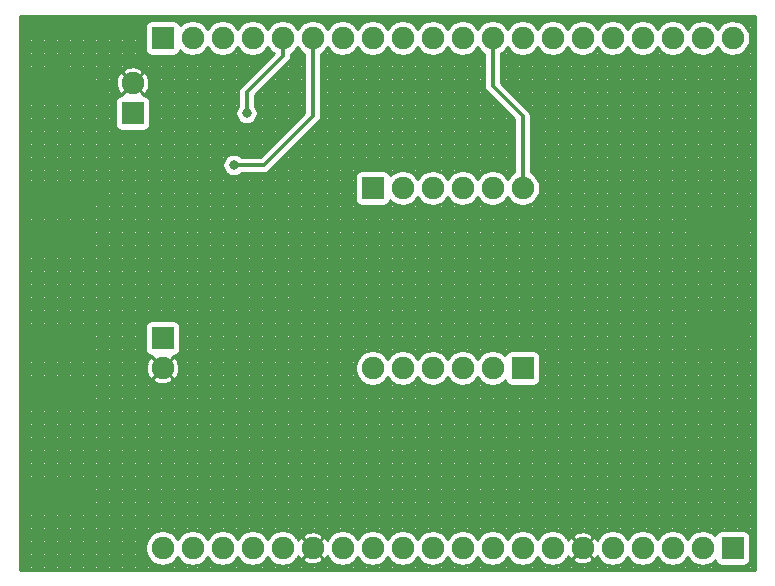
<source format=gbr>
G04 #@! TF.GenerationSoftware,KiCad,Pcbnew,5.0.0-rc2-dev-unknown-5ef715f~63~ubuntu16.04.1*
G04 #@! TF.CreationDate,2018-05-28T16:07:58+01:00*
G04 #@! TF.ProjectId,nano-shield,6E616E6F2D736869656C642E6B696361,rev?*
G04 #@! TF.SameCoordinates,Original*
G04 #@! TF.FileFunction,Copper,L2,Bot,Signal*
G04 #@! TF.FilePolarity,Positive*
%FSLAX46Y46*%
G04 Gerber Fmt 4.6, Leading zero omitted, Abs format (unit mm)*
G04 Created by KiCad (PCBNEW 5.0.0-rc2-dev-unknown-5ef715f~63~ubuntu16.04.1) date Mon May 28 16:07:58 2018*
%MOMM*%
%LPD*%
G01*
G04 APERTURE LIST*
%ADD10C,1.900000*%
%ADD11R,1.900000X1.900000*%
%ADD12R,5.000000X2.400000*%
%ADD13C,0.800000*%
%ADD14C,0.300000*%
%ADD15C,0.290000*%
G04 APERTURE END LIST*
D10*
X48259999Y-73660000D03*
X50799999Y-73660000D03*
X53339999Y-73660000D03*
X55879999Y-73660000D03*
X58419999Y-73660000D03*
X60959999Y-73660000D03*
X63499999Y-73660000D03*
X66039999Y-73660000D03*
X68579999Y-73660000D03*
X71119999Y-73660000D03*
X73659999Y-73660000D03*
X76199999Y-73660000D03*
X78739999Y-73660000D03*
X81279999Y-73660000D03*
X83819999Y-73660000D03*
X86359999Y-73660000D03*
X88899999Y-73660000D03*
X91439999Y-73660000D03*
X93979999Y-73660000D03*
D11*
X96519999Y-73660000D03*
X48260000Y-30480000D03*
D10*
X50800000Y-30480000D03*
X53340000Y-30480000D03*
X55880000Y-30480000D03*
X58420000Y-30480000D03*
X60960000Y-30480000D03*
X63500000Y-30480000D03*
X66040000Y-30480000D03*
X68580000Y-30480000D03*
X71120000Y-30480000D03*
X73660000Y-30480000D03*
X76200000Y-30480000D03*
X78740000Y-30480000D03*
X81280000Y-30480000D03*
X83820000Y-30480000D03*
X86360000Y-30480000D03*
X88900000Y-30480000D03*
X91440000Y-30480000D03*
X93980000Y-30480000D03*
X96520000Y-30480000D03*
D11*
X66040000Y-43180000D03*
D10*
X68580000Y-43180000D03*
X71120000Y-43180000D03*
X73660000Y-43180000D03*
X76200000Y-43180000D03*
X78740000Y-43180000D03*
X66040000Y-58420000D03*
X68580000Y-58420000D03*
X71120000Y-58420000D03*
X73660000Y-58420000D03*
X76200000Y-58420000D03*
D11*
X78740000Y-58420000D03*
X45720000Y-36830001D03*
D10*
X45720000Y-34290001D03*
X48260000Y-58420000D03*
D11*
X48260000Y-55880000D03*
D12*
X95250000Y-46425000D03*
X95250000Y-55175000D03*
X39370000Y-60395000D03*
X39370000Y-69145000D03*
X39370000Y-43745000D03*
X39370000Y-34995000D03*
X39370000Y-47695000D03*
X39370000Y-56445000D03*
D13*
X55372000Y-36830000D03*
X54275000Y-41229000D03*
X52201000Y-49915000D03*
X54275000Y-52243000D03*
X60025000Y-52151000D03*
X61957000Y-50565000D03*
X52832000Y-50546000D03*
X95250000Y-57150000D03*
X91751000Y-55175000D03*
X95250000Y-44450000D03*
X91891000Y-46425000D03*
X39370000Y-32766000D03*
X42615000Y-34995000D03*
X42869000Y-43745000D03*
X42869000Y-47695000D03*
X42869000Y-56445000D03*
X42729000Y-60395000D03*
X42729000Y-69145000D03*
X39370000Y-71374000D03*
X58166000Y-44704000D03*
D14*
X55372000Y-36830000D02*
X55372000Y-35052000D01*
X58420000Y-32004000D02*
X58420000Y-30480000D01*
X55372000Y-35052000D02*
X58420000Y-32004000D01*
X78740000Y-43180000D02*
X78740000Y-37084000D01*
X76200000Y-34544000D02*
X76200000Y-30480000D01*
X78740000Y-37084000D02*
X76200000Y-34544000D01*
X54275000Y-41229000D02*
X56815000Y-41229000D01*
X60960000Y-37084000D02*
X60960000Y-30480000D01*
X56815000Y-41229000D02*
X60960000Y-37084000D01*
D15*
X36205000Y-28585000D02*
X98415000Y-28585000D01*
X36205000Y-28860500D02*
X98415000Y-28860500D01*
X36205000Y-29136000D02*
X46931002Y-29136000D01*
X49588999Y-29136000D02*
X50138080Y-29136000D01*
X51461921Y-29136000D02*
X52678080Y-29136000D01*
X54001921Y-29136000D02*
X55218080Y-29136000D01*
X56541921Y-29136000D02*
X57758080Y-29136000D01*
X59081921Y-29136000D02*
X60298080Y-29136000D01*
X61621921Y-29136000D02*
X62838080Y-29136000D01*
X64161921Y-29136000D02*
X65378080Y-29136000D01*
X66701921Y-29136000D02*
X67918080Y-29136000D01*
X69241921Y-29136000D02*
X70458080Y-29136000D01*
X71781921Y-29136000D02*
X72998080Y-29136000D01*
X74321921Y-29136000D02*
X75538080Y-29136000D01*
X76861921Y-29136000D02*
X78078080Y-29136000D01*
X79401921Y-29136000D02*
X80618080Y-29136000D01*
X81941921Y-29136000D02*
X83158080Y-29136000D01*
X84481921Y-29136000D02*
X85698080Y-29136000D01*
X87021921Y-29136000D02*
X88238080Y-29136000D01*
X89561921Y-29136000D02*
X90778080Y-29136000D01*
X92101921Y-29136000D02*
X93318080Y-29136000D01*
X94641921Y-29136000D02*
X95858080Y-29136000D01*
X97181921Y-29136000D02*
X98415000Y-29136000D01*
X36205000Y-29411500D02*
X46776424Y-29411500D01*
X49743577Y-29411500D02*
X49754250Y-29411500D01*
X51845750Y-29411500D02*
X52294250Y-29411500D01*
X54385750Y-29411500D02*
X54834250Y-29411500D01*
X56925750Y-29411500D02*
X57374250Y-29411500D01*
X59465750Y-29411500D02*
X59914250Y-29411500D01*
X62005750Y-29411500D02*
X62454250Y-29411500D01*
X64545750Y-29411500D02*
X64994250Y-29411500D01*
X67085750Y-29411500D02*
X67534250Y-29411500D01*
X69625750Y-29411500D02*
X70074250Y-29411500D01*
X72165750Y-29411500D02*
X72614250Y-29411500D01*
X74705750Y-29411500D02*
X75154250Y-29411500D01*
X77245750Y-29411500D02*
X77694250Y-29411500D01*
X79785750Y-29411500D02*
X80234250Y-29411500D01*
X82325750Y-29411500D02*
X82774250Y-29411500D01*
X84865750Y-29411500D02*
X85314250Y-29411500D01*
X87405750Y-29411500D02*
X87854250Y-29411500D01*
X89945750Y-29411500D02*
X90394250Y-29411500D01*
X92485750Y-29411500D02*
X92934250Y-29411500D01*
X95025750Y-29411500D02*
X95474250Y-29411500D01*
X97565750Y-29411500D02*
X98415000Y-29411500D01*
X36205000Y-29687000D02*
X46762363Y-29687000D01*
X52068156Y-29687000D02*
X52071845Y-29687000D01*
X54608156Y-29687000D02*
X54611845Y-29687000D01*
X57148156Y-29687000D02*
X57151845Y-29687000D01*
X59688156Y-29687000D02*
X59691845Y-29687000D01*
X62228156Y-29687000D02*
X62231845Y-29687000D01*
X64768156Y-29687000D02*
X64771845Y-29687000D01*
X67308156Y-29687000D02*
X67311845Y-29687000D01*
X69848156Y-29687000D02*
X69851845Y-29687000D01*
X72388156Y-29687000D02*
X72391845Y-29687000D01*
X74928156Y-29687000D02*
X74931845Y-29687000D01*
X77468156Y-29687000D02*
X77471845Y-29687000D01*
X80008156Y-29687000D02*
X80011845Y-29687000D01*
X82548156Y-29687000D02*
X82551845Y-29687000D01*
X85088156Y-29687000D02*
X85091845Y-29687000D01*
X87628156Y-29687000D02*
X87631845Y-29687000D01*
X90168156Y-29687000D02*
X90171845Y-29687000D01*
X92708156Y-29687000D02*
X92711845Y-29687000D01*
X95248156Y-29687000D02*
X95251845Y-29687000D01*
X97788156Y-29687000D02*
X98415000Y-29687000D01*
X36205000Y-29962500D02*
X46762363Y-29962500D01*
X97923822Y-29962500D02*
X98415000Y-29962500D01*
X36205000Y-30238000D02*
X46762363Y-30238000D01*
X97996153Y-30238000D02*
X98415000Y-30238000D01*
X36205000Y-30513500D02*
X46762363Y-30513500D01*
X98015000Y-30513500D02*
X98415000Y-30513500D01*
X36205000Y-30789000D02*
X46762363Y-30789000D01*
X97982824Y-30789000D02*
X98415000Y-30789000D01*
X36205000Y-31064500D02*
X46762363Y-31064500D01*
X97896068Y-31064500D02*
X98415000Y-31064500D01*
X36205000Y-31340000D02*
X46762363Y-31340000D01*
X52023388Y-31340000D02*
X52116611Y-31340000D01*
X54563388Y-31340000D02*
X54656611Y-31340000D01*
X57103388Y-31340000D02*
X57196611Y-31340000D01*
X59643388Y-31340000D02*
X59736611Y-31340000D01*
X62183388Y-31340000D02*
X62276611Y-31340000D01*
X64723388Y-31340000D02*
X64816611Y-31340000D01*
X67263388Y-31340000D02*
X67356611Y-31340000D01*
X69803388Y-31340000D02*
X69896611Y-31340000D01*
X72343388Y-31340000D02*
X72436611Y-31340000D01*
X74883388Y-31340000D02*
X74976611Y-31340000D01*
X77423388Y-31340000D02*
X77516611Y-31340000D01*
X79963388Y-31340000D02*
X80056611Y-31340000D01*
X82503388Y-31340000D02*
X82596611Y-31340000D01*
X85043388Y-31340000D02*
X85136611Y-31340000D01*
X87583388Y-31340000D02*
X87676611Y-31340000D01*
X90123388Y-31340000D02*
X90216611Y-31340000D01*
X92663388Y-31340000D02*
X92756611Y-31340000D01*
X95203388Y-31340000D02*
X95296611Y-31340000D01*
X97743388Y-31340000D02*
X98415000Y-31340000D01*
X36205000Y-31615500D02*
X46796747Y-31615500D01*
X49723253Y-31615500D02*
X49821250Y-31615500D01*
X51778750Y-31615500D02*
X52361250Y-31615500D01*
X54318750Y-31615500D02*
X54901250Y-31615500D01*
X56858750Y-31615500D02*
X57441250Y-31615500D01*
X59398750Y-31615500D02*
X59981250Y-31615500D01*
X61938750Y-31615500D02*
X62521250Y-31615500D01*
X64478750Y-31615500D02*
X65061250Y-31615500D01*
X67018750Y-31615500D02*
X67601250Y-31615500D01*
X69558750Y-31615500D02*
X70141250Y-31615500D01*
X72098750Y-31615500D02*
X72681250Y-31615500D01*
X74638750Y-31615500D02*
X75221250Y-31615500D01*
X77178750Y-31615500D02*
X77761250Y-31615500D01*
X79718750Y-31615500D02*
X80301250Y-31615500D01*
X82258750Y-31615500D02*
X82841250Y-31615500D01*
X84798750Y-31615500D02*
X85381250Y-31615500D01*
X87338750Y-31615500D02*
X87921250Y-31615500D01*
X89878750Y-31615500D02*
X90461250Y-31615500D01*
X92418750Y-31615500D02*
X93001250Y-31615500D01*
X94958750Y-31615500D02*
X95541250Y-31615500D01*
X97498750Y-31615500D02*
X98415000Y-31615500D01*
X36205000Y-31891000D02*
X47016330Y-31891000D01*
X49503669Y-31891000D02*
X50299831Y-31891000D01*
X51300168Y-31891000D02*
X52839831Y-31891000D01*
X53840168Y-31891000D02*
X55379831Y-31891000D01*
X56380168Y-31891000D02*
X57550122Y-31891000D01*
X59115000Y-31891000D02*
X60265001Y-31891000D01*
X61655000Y-31891000D02*
X62999831Y-31891000D01*
X64000168Y-31891000D02*
X65539831Y-31891000D01*
X66540168Y-31891000D02*
X68079831Y-31891000D01*
X69080168Y-31891000D02*
X70619831Y-31891000D01*
X71620168Y-31891000D02*
X73159831Y-31891000D01*
X74160168Y-31891000D02*
X75505001Y-31891000D01*
X76895000Y-31891000D02*
X78239831Y-31891000D01*
X79240168Y-31891000D02*
X80779831Y-31891000D01*
X81780168Y-31891000D02*
X83319831Y-31891000D01*
X84320168Y-31891000D02*
X85859831Y-31891000D01*
X86860168Y-31891000D02*
X88399831Y-31891000D01*
X89400168Y-31891000D02*
X90939831Y-31891000D01*
X91940168Y-31891000D02*
X93479831Y-31891000D01*
X94480168Y-31891000D02*
X96019831Y-31891000D01*
X97020168Y-31891000D02*
X98415000Y-31891000D01*
X36205000Y-32166500D02*
X57274622Y-32166500D01*
X59096978Y-32166500D02*
X60265001Y-32166500D01*
X61655000Y-32166500D02*
X75505001Y-32166500D01*
X76895000Y-32166500D02*
X98415000Y-32166500D01*
X36205000Y-32442000D02*
X56999122Y-32442000D01*
X58959623Y-32442000D02*
X60265001Y-32442000D01*
X61655000Y-32442000D02*
X75505001Y-32442000D01*
X76895000Y-32442000D02*
X98415000Y-32442000D01*
X36205000Y-32717500D02*
X56723622Y-32717500D01*
X58689378Y-32717500D02*
X60265001Y-32717500D01*
X61655000Y-32717500D02*
X75505001Y-32717500D01*
X76895000Y-32717500D02*
X98415000Y-32717500D01*
X36205000Y-32993000D02*
X45196695Y-32993000D01*
X46238348Y-32993000D02*
X56448122Y-32993000D01*
X58413878Y-32993000D02*
X60265001Y-32993000D01*
X61655000Y-32993000D02*
X75505001Y-32993000D01*
X76895000Y-32993000D02*
X98415000Y-32993000D01*
X36205000Y-33268500D02*
X44853552Y-33268500D01*
X46586449Y-33268500D02*
X56172622Y-33268500D01*
X58138378Y-33268500D02*
X60265001Y-33268500D01*
X61655000Y-33268500D02*
X75505001Y-33268500D01*
X76895000Y-33268500D02*
X98415000Y-33268500D01*
X36205000Y-33544000D02*
X44540083Y-33544000D01*
X44966928Y-33544000D02*
X44981070Y-33544000D01*
X46458930Y-33544000D02*
X46473072Y-33544000D01*
X46906336Y-33544000D02*
X55897122Y-33544000D01*
X57862878Y-33544000D02*
X60265001Y-33544000D01*
X61655000Y-33544000D02*
X75505001Y-33544000D01*
X76895000Y-33544000D02*
X98415000Y-33544000D01*
X36205000Y-33819500D02*
X44406599Y-33819500D01*
X45242428Y-33819500D02*
X45256570Y-33819500D01*
X46183430Y-33819500D02*
X46197572Y-33819500D01*
X47038497Y-33819500D02*
X55621622Y-33819500D01*
X57587378Y-33819500D02*
X60265001Y-33819500D01*
X61655000Y-33819500D02*
X75505001Y-33819500D01*
X76895000Y-33819500D02*
X98415000Y-33819500D01*
X36205000Y-34095000D02*
X44338667Y-34095000D01*
X45517928Y-34095000D02*
X45532070Y-34095000D01*
X45907930Y-34095000D02*
X45922072Y-34095000D01*
X47105531Y-34095000D02*
X55346122Y-34095000D01*
X57311878Y-34095000D02*
X60265001Y-34095000D01*
X61655000Y-34095000D02*
X75505001Y-34095000D01*
X76895000Y-34095000D02*
X98415000Y-34095000D01*
X36205000Y-34370500D02*
X44327307Y-34370500D01*
X45632430Y-34370500D02*
X45646572Y-34370500D01*
X45793428Y-34370500D02*
X45807570Y-34370500D01*
X47116755Y-34370500D02*
X55070622Y-34370500D01*
X57036378Y-34370500D02*
X60265001Y-34370500D01*
X61655000Y-34370500D02*
X75505001Y-34370500D01*
X77009378Y-34370500D02*
X98415000Y-34370500D01*
X36205000Y-34646000D02*
X44371187Y-34646000D01*
X45356930Y-34646000D02*
X45371072Y-34646000D01*
X46068928Y-34646000D02*
X46083070Y-34646000D01*
X47072651Y-34646000D02*
X54806116Y-34646000D01*
X56760878Y-34646000D02*
X60265001Y-34646000D01*
X61655000Y-34646000D02*
X75511684Y-34646000D01*
X77284878Y-34646000D02*
X98415000Y-34646000D01*
X36205000Y-34921500D02*
X44475954Y-34921500D01*
X45081430Y-34921500D02*
X45095572Y-34921500D01*
X46344428Y-34921500D02*
X46358570Y-34921500D01*
X46966481Y-34921500D02*
X54686492Y-34921500D01*
X56485378Y-34921500D02*
X60265001Y-34921500D01*
X61655000Y-34921500D02*
X75613727Y-34921500D01*
X77560378Y-34921500D02*
X98415000Y-34921500D01*
X36205000Y-35197000D02*
X44799040Y-35197000D01*
X44805930Y-35197000D02*
X44820072Y-35197000D01*
X46619928Y-35197000D02*
X46634070Y-35197000D01*
X46640959Y-35197000D02*
X54677001Y-35197000D01*
X56209878Y-35197000D02*
X60265001Y-35197000D01*
X61655000Y-35197000D02*
X75870122Y-35197000D01*
X77835878Y-35197000D02*
X98415000Y-35197000D01*
X36205000Y-35472500D02*
X44407453Y-35472500D01*
X47032548Y-35472500D02*
X54677001Y-35472500D01*
X56067000Y-35472500D02*
X60265001Y-35472500D01*
X61655000Y-35472500D02*
X76145622Y-35472500D01*
X78111378Y-35472500D02*
X98415000Y-35472500D01*
X36205000Y-35748000D02*
X44240519Y-35748000D01*
X47199482Y-35748000D02*
X54677001Y-35748000D01*
X56067000Y-35748000D02*
X60265001Y-35748000D01*
X61655000Y-35748000D02*
X76421122Y-35748000D01*
X78386878Y-35748000D02*
X98415000Y-35748000D01*
X36205000Y-36023500D02*
X44222363Y-36023500D01*
X47217637Y-36023500D02*
X54677001Y-36023500D01*
X56067000Y-36023500D02*
X60265001Y-36023500D01*
X61655000Y-36023500D02*
X76696622Y-36023500D01*
X78662378Y-36023500D02*
X98415000Y-36023500D01*
X36205000Y-36299000D02*
X44222363Y-36299000D01*
X47217637Y-36299000D02*
X54590262Y-36299000D01*
X56153739Y-36299000D02*
X60265001Y-36299000D01*
X61655000Y-36299000D02*
X76972122Y-36299000D01*
X78937878Y-36299000D02*
X98415000Y-36299000D01*
X36205000Y-36574500D02*
X44222363Y-36574500D01*
X47217637Y-36574500D02*
X54459309Y-36574500D01*
X56284692Y-36574500D02*
X60265001Y-36574500D01*
X61655000Y-36574500D02*
X77247622Y-36574500D01*
X79214708Y-36574500D02*
X98415000Y-36574500D01*
X36205000Y-36850000D02*
X44222363Y-36850000D01*
X47217637Y-36850000D02*
X54427000Y-36850000D01*
X56317000Y-36850000D02*
X60211122Y-36850000D01*
X61655000Y-36850000D02*
X77523122Y-36850000D01*
X79395289Y-36850000D02*
X98415000Y-36850000D01*
X36205000Y-37125500D02*
X44222363Y-37125500D01*
X47217637Y-37125500D02*
X54471539Y-37125500D01*
X56272460Y-37125500D02*
X59935622Y-37125500D01*
X61654274Y-37125500D02*
X77798622Y-37125500D01*
X79435000Y-37125500D02*
X98415000Y-37125500D01*
X36205000Y-37401000D02*
X44222363Y-37401000D01*
X47217637Y-37401000D02*
X54616988Y-37401000D01*
X56127011Y-37401000D02*
X59660122Y-37401000D01*
X61578611Y-37401000D02*
X78045001Y-37401000D01*
X79435000Y-37401000D02*
X98415000Y-37401000D01*
X36205000Y-37676500D02*
X44222363Y-37676500D01*
X47217637Y-37676500D02*
X54946228Y-37676500D01*
X55797771Y-37676500D02*
X59384622Y-37676500D01*
X61350378Y-37676500D02*
X78045001Y-37676500D01*
X79435000Y-37676500D02*
X98415000Y-37676500D01*
X36205000Y-37952000D02*
X44252651Y-37952000D01*
X47187348Y-37952000D02*
X59109122Y-37952000D01*
X61074878Y-37952000D02*
X78045001Y-37952000D01*
X79435000Y-37952000D02*
X98415000Y-37952000D01*
X36205000Y-38227500D02*
X44456189Y-38227500D01*
X46983810Y-38227500D02*
X58833622Y-38227500D01*
X60799378Y-38227500D02*
X78045001Y-38227500D01*
X79435000Y-38227500D02*
X98415000Y-38227500D01*
X36205000Y-38503000D02*
X58558122Y-38503000D01*
X60523878Y-38503000D02*
X78045001Y-38503000D01*
X79435000Y-38503000D02*
X98415000Y-38503000D01*
X36205000Y-38778500D02*
X58282622Y-38778500D01*
X60248378Y-38778500D02*
X78045001Y-38778500D01*
X79435000Y-38778500D02*
X98415000Y-38778500D01*
X36205000Y-39054000D02*
X58007122Y-39054000D01*
X59972878Y-39054000D02*
X78045001Y-39054000D01*
X79435000Y-39054000D02*
X98415000Y-39054000D01*
X36205000Y-39329500D02*
X57731622Y-39329500D01*
X59697378Y-39329500D02*
X78045001Y-39329500D01*
X79435000Y-39329500D02*
X98415000Y-39329500D01*
X36205000Y-39605000D02*
X57456122Y-39605000D01*
X59421878Y-39605000D02*
X78045001Y-39605000D01*
X79435000Y-39605000D02*
X98415000Y-39605000D01*
X36205000Y-39880500D02*
X57180622Y-39880500D01*
X59146378Y-39880500D02*
X78045001Y-39880500D01*
X79435000Y-39880500D02*
X98415000Y-39880500D01*
X36205000Y-40156000D02*
X56905122Y-40156000D01*
X58870878Y-40156000D02*
X78045001Y-40156000D01*
X79435000Y-40156000D02*
X98415000Y-40156000D01*
X36205000Y-40431500D02*
X53767589Y-40431500D01*
X54782412Y-40431500D02*
X56629622Y-40431500D01*
X58595378Y-40431500D02*
X78045001Y-40431500D01*
X79435000Y-40431500D02*
X98415000Y-40431500D01*
X36205000Y-40707000D02*
X53487248Y-40707000D01*
X58319878Y-40707000D02*
X78045001Y-40707000D01*
X79435000Y-40707000D02*
X98415000Y-40707000D01*
X36205000Y-40982500D02*
X53360519Y-40982500D01*
X58044378Y-40982500D02*
X78045001Y-40982500D01*
X79435000Y-40982500D02*
X98415000Y-40982500D01*
X36205000Y-41258000D02*
X53330000Y-41258000D01*
X57768878Y-41258000D02*
X78045001Y-41258000D01*
X79435000Y-41258000D02*
X98415000Y-41258000D01*
X36205000Y-41533500D02*
X53378267Y-41533500D01*
X57493378Y-41533500D02*
X78045001Y-41533500D01*
X79435000Y-41533500D02*
X98415000Y-41533500D01*
X36205000Y-41809000D02*
X53526002Y-41809000D01*
X57203801Y-41809000D02*
X64743901Y-41809000D01*
X67336100Y-41809000D02*
X67983264Y-41809000D01*
X69176737Y-41809000D02*
X70523264Y-41809000D01*
X71716737Y-41809000D02*
X73063264Y-41809000D01*
X74256737Y-41809000D02*
X75603264Y-41809000D01*
X76796737Y-41809000D02*
X78045001Y-41809000D01*
X79435000Y-41809000D02*
X98415000Y-41809000D01*
X36205000Y-42084500D02*
X53870956Y-42084500D01*
X54679043Y-42084500D02*
X64564614Y-42084500D01*
X67515387Y-42084500D02*
X67561250Y-42084500D01*
X69598750Y-42084500D02*
X70101250Y-42084500D01*
X72138750Y-42084500D02*
X72641250Y-42084500D01*
X74678750Y-42084500D02*
X75181250Y-42084500D01*
X77218750Y-42084500D02*
X77721250Y-42084500D01*
X79758750Y-42084500D02*
X98415000Y-42084500D01*
X36205000Y-42360000D02*
X64542363Y-42360000D01*
X69830116Y-42360000D02*
X69869885Y-42360000D01*
X72370116Y-42360000D02*
X72409885Y-42360000D01*
X74910116Y-42360000D02*
X74949885Y-42360000D01*
X77450116Y-42360000D02*
X77489885Y-42360000D01*
X79990116Y-42360000D02*
X98415000Y-42360000D01*
X36205000Y-42635500D02*
X64542363Y-42635500D01*
X80132638Y-42635500D02*
X98415000Y-42635500D01*
X36205000Y-42911000D02*
X64542363Y-42911000D01*
X80210782Y-42911000D02*
X98415000Y-42911000D01*
X36205000Y-43186500D02*
X64542363Y-43186500D01*
X80235000Y-43186500D02*
X98415000Y-43186500D01*
X36205000Y-43462000D02*
X64542363Y-43462000D01*
X80208195Y-43462000D02*
X98415000Y-43462000D01*
X36205000Y-43737500D02*
X64542363Y-43737500D01*
X80127252Y-43737500D02*
X98415000Y-43737500D01*
X36205000Y-44013000D02*
X64542363Y-44013000D01*
X69821428Y-44013000D02*
X69878571Y-44013000D01*
X72361428Y-44013000D02*
X72418571Y-44013000D01*
X74901428Y-44013000D02*
X74958571Y-44013000D01*
X77441428Y-44013000D02*
X77498571Y-44013000D01*
X79981428Y-44013000D02*
X98415000Y-44013000D01*
X36205000Y-44288500D02*
X64568556Y-44288500D01*
X67511443Y-44288500D02*
X67574250Y-44288500D01*
X69585750Y-44288500D02*
X70114250Y-44288500D01*
X72125750Y-44288500D02*
X72654250Y-44288500D01*
X74665750Y-44288500D02*
X75194250Y-44288500D01*
X77205750Y-44288500D02*
X77734250Y-44288500D01*
X79745750Y-44288500D02*
X98415000Y-44288500D01*
X36205000Y-44564000D02*
X64759741Y-44564000D01*
X67320258Y-44564000D02*
X68014647Y-44564000D01*
X69145352Y-44564000D02*
X70554647Y-44564000D01*
X71685352Y-44564000D02*
X73094647Y-44564000D01*
X74225352Y-44564000D02*
X75634647Y-44564000D01*
X76765352Y-44564000D02*
X78174647Y-44564000D01*
X79305352Y-44564000D02*
X98415000Y-44564000D01*
X36205000Y-44839500D02*
X98415000Y-44839500D01*
X36205000Y-45115000D02*
X98415000Y-45115000D01*
X36205000Y-45390500D02*
X98415000Y-45390500D01*
X36205000Y-45666000D02*
X98415000Y-45666000D01*
X36205000Y-45941500D02*
X98415000Y-45941500D01*
X36205000Y-46217000D02*
X98415000Y-46217000D01*
X36205000Y-46492500D02*
X98415000Y-46492500D01*
X36205000Y-46768000D02*
X98415000Y-46768000D01*
X36205000Y-47043500D02*
X98415000Y-47043500D01*
X36205000Y-47319000D02*
X98415000Y-47319000D01*
X36205000Y-47594500D02*
X98415000Y-47594500D01*
X36205000Y-47870000D02*
X98415000Y-47870000D01*
X36205000Y-48145500D02*
X98415000Y-48145500D01*
X36205000Y-48421000D02*
X98415000Y-48421000D01*
X36205000Y-48696500D02*
X98415000Y-48696500D01*
X36205000Y-48972000D02*
X98415000Y-48972000D01*
X36205000Y-49247500D02*
X98415000Y-49247500D01*
X36205000Y-49523000D02*
X98415000Y-49523000D01*
X36205000Y-49798500D02*
X98415000Y-49798500D01*
X36205000Y-50074000D02*
X98415000Y-50074000D01*
X36205000Y-50349500D02*
X98415000Y-50349500D01*
X36205000Y-50625000D02*
X98415000Y-50625000D01*
X36205000Y-50900500D02*
X98415000Y-50900500D01*
X36205000Y-51176000D02*
X98415000Y-51176000D01*
X36205000Y-51451500D02*
X98415000Y-51451500D01*
X36205000Y-51727000D02*
X98415000Y-51727000D01*
X36205000Y-52002500D02*
X98415000Y-52002500D01*
X36205000Y-52278000D02*
X98415000Y-52278000D01*
X36205000Y-52553500D02*
X98415000Y-52553500D01*
X36205000Y-52829000D02*
X98415000Y-52829000D01*
X36205000Y-53104500D02*
X98415000Y-53104500D01*
X36205000Y-53380000D02*
X98415000Y-53380000D01*
X36205000Y-53655500D02*
X98415000Y-53655500D01*
X36205000Y-53931000D02*
X98415000Y-53931000D01*
X36205000Y-54206500D02*
X98415000Y-54206500D01*
X36205000Y-54482000D02*
X46996801Y-54482000D01*
X49523200Y-54482000D02*
X98415000Y-54482000D01*
X36205000Y-54757500D02*
X46792804Y-54757500D01*
X49727197Y-54757500D02*
X98415000Y-54757500D01*
X36205000Y-55033000D02*
X46762363Y-55033000D01*
X49757637Y-55033000D02*
X98415000Y-55033000D01*
X36205000Y-55308500D02*
X46762363Y-55308500D01*
X49757637Y-55308500D02*
X98415000Y-55308500D01*
X36205000Y-55584000D02*
X46762363Y-55584000D01*
X49757637Y-55584000D02*
X98415000Y-55584000D01*
X36205000Y-55859500D02*
X46762363Y-55859500D01*
X49757637Y-55859500D02*
X98415000Y-55859500D01*
X36205000Y-56135000D02*
X46762363Y-56135000D01*
X49757637Y-56135000D02*
X98415000Y-56135000D01*
X36205000Y-56410500D02*
X46762363Y-56410500D01*
X49757637Y-56410500D02*
X98415000Y-56410500D01*
X36205000Y-56686000D02*
X46762363Y-56686000D01*
X49757637Y-56686000D02*
X98415000Y-56686000D01*
X36205000Y-56961500D02*
X46780366Y-56961500D01*
X49739633Y-56961500D02*
X65709257Y-56961500D01*
X66370744Y-56961500D02*
X68249257Y-56961500D01*
X68910744Y-56961500D02*
X70789257Y-56961500D01*
X71450744Y-56961500D02*
X73329257Y-56961500D01*
X73990744Y-56961500D02*
X75869257Y-56961500D01*
X76530744Y-56961500D02*
X77588832Y-56961500D01*
X79891169Y-56961500D02*
X98415000Y-56961500D01*
X36205000Y-57237000D02*
X46946841Y-57237000D01*
X49573158Y-57237000D02*
X65119555Y-57237000D01*
X66960446Y-57237000D02*
X67659555Y-57237000D01*
X69500446Y-57237000D02*
X70199555Y-57237000D01*
X72040446Y-57237000D02*
X72739555Y-57237000D01*
X74580446Y-57237000D02*
X75279555Y-57237000D01*
X77120446Y-57237000D02*
X77296572Y-57237000D01*
X80183429Y-57237000D02*
X98415000Y-57237000D01*
X36205000Y-57512500D02*
X47340283Y-57512500D01*
X47345429Y-57512500D02*
X47359571Y-57512500D01*
X49160429Y-57512500D02*
X49174571Y-57512500D01*
X49179718Y-57512500D02*
X64848351Y-57512500D01*
X67231650Y-57512500D02*
X67388351Y-57512500D01*
X69771650Y-57512500D02*
X69928351Y-57512500D01*
X72311650Y-57512500D02*
X72468351Y-57512500D01*
X74851650Y-57512500D02*
X75008351Y-57512500D01*
X80237637Y-57512500D02*
X98415000Y-57512500D01*
X36205000Y-57788000D02*
X47013811Y-57788000D01*
X47620929Y-57788000D02*
X47635071Y-57788000D01*
X48884929Y-57788000D02*
X48899071Y-57788000D01*
X49503801Y-57788000D02*
X64683607Y-57788000D01*
X80237637Y-57788000D02*
X98415000Y-57788000D01*
X36205000Y-58063500D02*
X46907521Y-58063500D01*
X47896429Y-58063500D02*
X47910571Y-58063500D01*
X48609429Y-58063500D02*
X48623571Y-58063500D01*
X49608680Y-58063500D02*
X64586624Y-58063500D01*
X80237637Y-58063500D02*
X98415000Y-58063500D01*
X36205000Y-58339000D02*
X46863313Y-58339000D01*
X48171929Y-58339000D02*
X48186071Y-58339000D01*
X48333929Y-58339000D02*
X48348071Y-58339000D01*
X49652662Y-58339000D02*
X64545000Y-58339000D01*
X80237637Y-58339000D02*
X98415000Y-58339000D01*
X36205000Y-58614500D02*
X46874438Y-58614500D01*
X48058429Y-58614500D02*
X48072571Y-58614500D01*
X48447429Y-58614500D02*
X48461571Y-58614500D01*
X49641400Y-58614500D02*
X64554399Y-58614500D01*
X80237637Y-58614500D02*
X98415000Y-58614500D01*
X36205000Y-58890000D02*
X46941370Y-58890000D01*
X47782929Y-58890000D02*
X47797071Y-58890000D01*
X48722929Y-58890000D02*
X48737071Y-58890000D01*
X49573573Y-58890000D02*
X64616503Y-58890000D01*
X80237637Y-58890000D02*
X98415000Y-58890000D01*
X36205000Y-59165500D02*
X47073329Y-59165500D01*
X47507429Y-59165500D02*
X47521571Y-59165500D01*
X48998429Y-59165500D02*
X49012571Y-59165500D01*
X49440209Y-59165500D02*
X64740105Y-59165500D01*
X80237637Y-59165500D02*
X98415000Y-59165500D01*
X36205000Y-59441000D02*
X47393349Y-59441000D01*
X49126650Y-59441000D02*
X64946750Y-59441000D01*
X67133250Y-59441000D02*
X67486750Y-59441000D01*
X69673250Y-59441000D02*
X70026750Y-59441000D01*
X72213250Y-59441000D02*
X72566750Y-59441000D01*
X74753250Y-59441000D02*
X75106750Y-59441000D01*
X80230643Y-59441000D02*
X98415000Y-59441000D01*
X36205000Y-59716500D02*
X47740191Y-59716500D01*
X48784328Y-59716500D02*
X65289420Y-59716500D01*
X66790579Y-59716500D02*
X67829420Y-59716500D01*
X69330579Y-59716500D02*
X70369420Y-59716500D01*
X71870579Y-59716500D02*
X72909420Y-59716500D01*
X74410579Y-59716500D02*
X75449420Y-59716500D01*
X76950579Y-59716500D02*
X77369329Y-59716500D01*
X80110670Y-59716500D02*
X98415000Y-59716500D01*
X36205000Y-59992000D02*
X98415000Y-59992000D01*
X36205000Y-60267500D02*
X98415000Y-60267500D01*
X36205000Y-60543000D02*
X98415000Y-60543000D01*
X36205000Y-60818500D02*
X98415000Y-60818500D01*
X36205000Y-61094000D02*
X98415000Y-61094000D01*
X36205000Y-61369500D02*
X98415000Y-61369500D01*
X36205000Y-61645000D02*
X98415000Y-61645000D01*
X36205000Y-61920500D02*
X98415000Y-61920500D01*
X36205000Y-62196000D02*
X98415000Y-62196000D01*
X36205000Y-62471500D02*
X98415000Y-62471500D01*
X36205000Y-62747000D02*
X98415000Y-62747000D01*
X36205000Y-63022500D02*
X98415000Y-63022500D01*
X36205000Y-63298000D02*
X98415000Y-63298000D01*
X36205000Y-63573500D02*
X98415000Y-63573500D01*
X36205000Y-63849000D02*
X98415000Y-63849000D01*
X36205000Y-64124500D02*
X98415000Y-64124500D01*
X36205000Y-64400000D02*
X98415000Y-64400000D01*
X36205000Y-64675500D02*
X98415000Y-64675500D01*
X36205000Y-64951000D02*
X98415000Y-64951000D01*
X36205000Y-65226500D02*
X98415000Y-65226500D01*
X36205000Y-65502000D02*
X98415000Y-65502000D01*
X36205000Y-65777500D02*
X98415000Y-65777500D01*
X36205000Y-66053000D02*
X98415000Y-66053000D01*
X36205000Y-66328500D02*
X98415000Y-66328500D01*
X36205000Y-66604000D02*
X98415000Y-66604000D01*
X36205000Y-66879500D02*
X98415000Y-66879500D01*
X36205000Y-67155000D02*
X98415000Y-67155000D01*
X36205000Y-67430500D02*
X98415000Y-67430500D01*
X36205000Y-67706000D02*
X98415000Y-67706000D01*
X36205000Y-67981500D02*
X98415000Y-67981500D01*
X36205000Y-68257000D02*
X98415000Y-68257000D01*
X36205000Y-68532500D02*
X98415000Y-68532500D01*
X36205000Y-68808000D02*
X98415000Y-68808000D01*
X36205000Y-69083500D02*
X98415000Y-69083500D01*
X36205000Y-69359000D02*
X98415000Y-69359000D01*
X36205000Y-69634500D02*
X98415000Y-69634500D01*
X36205000Y-69910000D02*
X98415000Y-69910000D01*
X36205000Y-70185500D02*
X98415000Y-70185500D01*
X36205000Y-70461000D02*
X98415000Y-70461000D01*
X36205000Y-70736500D02*
X98415000Y-70736500D01*
X36205000Y-71012000D02*
X98415000Y-71012000D01*
X36205000Y-71287500D02*
X98415000Y-71287500D01*
X36205000Y-71563000D02*
X98415000Y-71563000D01*
X36205000Y-71838500D02*
X98415000Y-71838500D01*
X36205000Y-72114000D02*
X98415000Y-72114000D01*
X36205000Y-72389500D02*
X47470508Y-72389500D01*
X49049491Y-72389500D02*
X50010508Y-72389500D01*
X51589491Y-72389500D02*
X52550508Y-72389500D01*
X54129491Y-72389500D02*
X55090508Y-72389500D01*
X56669491Y-72389500D02*
X57630508Y-72389500D01*
X59209491Y-72389500D02*
X60382549Y-72389500D01*
X61550181Y-72389500D02*
X62710508Y-72389500D01*
X64289491Y-72389500D02*
X65250508Y-72389500D01*
X66829491Y-72389500D02*
X67790508Y-72389500D01*
X69369491Y-72389500D02*
X70330508Y-72389500D01*
X71909491Y-72389500D02*
X72870508Y-72389500D01*
X74449491Y-72389500D02*
X75410508Y-72389500D01*
X76989491Y-72389500D02*
X77950508Y-72389500D01*
X79529491Y-72389500D02*
X80490508Y-72389500D01*
X82069491Y-72389500D02*
X83242549Y-72389500D01*
X84410181Y-72389500D02*
X85570508Y-72389500D01*
X87149491Y-72389500D02*
X88110508Y-72389500D01*
X89689491Y-72389500D02*
X90650508Y-72389500D01*
X92229491Y-72389500D02*
X93190508Y-72389500D01*
X94769491Y-72389500D02*
X95127991Y-72389500D01*
X97912008Y-72389500D02*
X98415000Y-72389500D01*
X36205000Y-72665000D02*
X47140749Y-72665000D01*
X49379249Y-72665000D02*
X49680749Y-72665000D01*
X51919249Y-72665000D02*
X52220749Y-72665000D01*
X54459249Y-72665000D02*
X54760749Y-72665000D01*
X56999249Y-72665000D02*
X57300749Y-72665000D01*
X59539249Y-72665000D02*
X60082862Y-72665000D01*
X61837137Y-72665000D02*
X62380749Y-72665000D01*
X64619249Y-72665000D02*
X64920749Y-72665000D01*
X67159249Y-72665000D02*
X67460749Y-72665000D01*
X69699249Y-72665000D02*
X70000749Y-72665000D01*
X72239249Y-72665000D02*
X72540749Y-72665000D01*
X74779249Y-72665000D02*
X75080749Y-72665000D01*
X77319249Y-72665000D02*
X77620749Y-72665000D01*
X79859249Y-72665000D02*
X80160749Y-72665000D01*
X82399249Y-72665000D02*
X82942862Y-72665000D01*
X84697137Y-72665000D02*
X85240749Y-72665000D01*
X87479249Y-72665000D02*
X87780749Y-72665000D01*
X90019249Y-72665000D02*
X90320749Y-72665000D01*
X92559249Y-72665000D02*
X92860749Y-72665000D01*
X98013204Y-72665000D02*
X98415000Y-72665000D01*
X36205000Y-72940500D02*
X46942733Y-72940500D01*
X59737266Y-72940500D02*
X59764676Y-72940500D01*
X60233428Y-72940500D02*
X60247570Y-72940500D01*
X61672428Y-72940500D02*
X61686570Y-72940500D01*
X62160974Y-72940500D02*
X62182733Y-72940500D01*
X82597266Y-72940500D02*
X82624676Y-72940500D01*
X83093428Y-72940500D02*
X83107570Y-72940500D01*
X84532428Y-72940500D02*
X84546570Y-72940500D01*
X85020974Y-72940500D02*
X85042733Y-72940500D01*
X98017636Y-72940500D02*
X98415000Y-72940500D01*
X36205000Y-73216000D02*
X46825734Y-73216000D01*
X60508928Y-73216000D02*
X60523070Y-73216000D01*
X61396928Y-73216000D02*
X61411070Y-73216000D01*
X83368928Y-73216000D02*
X83383070Y-73216000D01*
X84256928Y-73216000D02*
X84271070Y-73216000D01*
X98017636Y-73216000D02*
X98415000Y-73216000D01*
X36205000Y-73491500D02*
X46769227Y-73491500D01*
X60784428Y-73491500D02*
X60798570Y-73491500D01*
X61121428Y-73491500D02*
X61135570Y-73491500D01*
X83644428Y-73491500D02*
X83658570Y-73491500D01*
X83981428Y-73491500D02*
X83995570Y-73491500D01*
X98017636Y-73491500D02*
X98415000Y-73491500D01*
X36205000Y-73767000D02*
X46764999Y-73767000D01*
X60845928Y-73767000D02*
X60860070Y-73767000D01*
X61059928Y-73767000D02*
X61074070Y-73767000D01*
X83705928Y-73767000D02*
X83720070Y-73767000D01*
X83919928Y-73767000D02*
X83934070Y-73767000D01*
X98017636Y-73767000D02*
X98415000Y-73767000D01*
X36205000Y-74042500D02*
X46811794Y-74042500D01*
X60570428Y-74042500D02*
X60584570Y-74042500D01*
X61335428Y-74042500D02*
X61349570Y-74042500D01*
X83430428Y-74042500D02*
X83444570Y-74042500D01*
X84195428Y-74042500D02*
X84209570Y-74042500D01*
X98017636Y-74042500D02*
X98415000Y-74042500D01*
X36205000Y-74318000D02*
X46914375Y-74318000D01*
X60294928Y-74318000D02*
X60309070Y-74318000D01*
X61610928Y-74318000D02*
X61625070Y-74318000D01*
X83154928Y-74318000D02*
X83169070Y-74318000D01*
X84470928Y-74318000D02*
X84485070Y-74318000D01*
X98017636Y-74318000D02*
X98415000Y-74318000D01*
X36205000Y-74593500D02*
X47085721Y-74593500D01*
X49434276Y-74593500D02*
X49625721Y-74593500D01*
X51974276Y-74593500D02*
X52165721Y-74593500D01*
X54514276Y-74593500D02*
X54705721Y-74593500D01*
X57054276Y-74593500D02*
X57245721Y-74593500D01*
X59594275Y-74593500D02*
X60058057Y-74593500D01*
X61861940Y-74593500D02*
X62325721Y-74593500D01*
X64674276Y-74593500D02*
X64865721Y-74593500D01*
X67214276Y-74593500D02*
X67405721Y-74593500D01*
X69754276Y-74593500D02*
X69945721Y-74593500D01*
X72294276Y-74593500D02*
X72485721Y-74593500D01*
X74834276Y-74593500D02*
X75025721Y-74593500D01*
X77374276Y-74593500D02*
X77565721Y-74593500D01*
X79914276Y-74593500D02*
X80105721Y-74593500D01*
X82454275Y-74593500D02*
X82918057Y-74593500D01*
X84721940Y-74593500D02*
X85185721Y-74593500D01*
X87534276Y-74593500D02*
X87725721Y-74593500D01*
X90074276Y-74593500D02*
X90265721Y-74593500D01*
X92614276Y-74593500D02*
X92805721Y-74593500D01*
X98017636Y-74593500D02*
X98415000Y-74593500D01*
X36205000Y-74869000D02*
X47378465Y-74869000D01*
X49141532Y-74869000D02*
X49918465Y-74869000D01*
X51681532Y-74869000D02*
X52458465Y-74869000D01*
X54221532Y-74869000D02*
X54998465Y-74869000D01*
X56761532Y-74869000D02*
X57538465Y-74869000D01*
X59301532Y-74869000D02*
X60264025Y-74869000D01*
X61663101Y-74869000D02*
X62618465Y-74869000D01*
X64381532Y-74869000D02*
X65158465Y-74869000D01*
X66921532Y-74869000D02*
X67698465Y-74869000D01*
X69461532Y-74869000D02*
X70238465Y-74869000D01*
X72001532Y-74869000D02*
X72778465Y-74869000D01*
X74541532Y-74869000D02*
X75318465Y-74869000D01*
X77081532Y-74869000D02*
X77858465Y-74869000D01*
X79621532Y-74869000D02*
X80398465Y-74869000D01*
X82161532Y-74869000D02*
X83124025Y-74869000D01*
X84523101Y-74869000D02*
X85478465Y-74869000D01*
X87241532Y-74869000D02*
X88018465Y-74869000D01*
X89781532Y-74869000D02*
X90558465Y-74869000D01*
X92321532Y-74869000D02*
X93098465Y-74869000D01*
X94861532Y-74869000D02*
X95090467Y-74869000D01*
X97949530Y-74869000D02*
X98415000Y-74869000D01*
X36205000Y-75144500D02*
X48059966Y-75144500D01*
X48460031Y-75144500D02*
X50599966Y-75144500D01*
X51000031Y-75144500D02*
X53139966Y-75144500D01*
X53540031Y-75144500D02*
X55679966Y-75144500D01*
X56080031Y-75144500D02*
X58219966Y-75144500D01*
X58620031Y-75144500D02*
X63299966Y-75144500D01*
X63700031Y-75144500D02*
X65839966Y-75144500D01*
X66240031Y-75144500D02*
X68379966Y-75144500D01*
X68780031Y-75144500D02*
X70919966Y-75144500D01*
X71320031Y-75144500D02*
X73459966Y-75144500D01*
X73860031Y-75144500D02*
X75999966Y-75144500D01*
X76400031Y-75144500D02*
X78539966Y-75144500D01*
X78940031Y-75144500D02*
X81079966Y-75144500D01*
X81480031Y-75144500D02*
X86159966Y-75144500D01*
X86560031Y-75144500D02*
X88699966Y-75144500D01*
X89100031Y-75144500D02*
X91239966Y-75144500D01*
X91640031Y-75144500D02*
X93779966Y-75144500D01*
X94180031Y-75144500D02*
X95454542Y-75144500D01*
X97585455Y-75144500D02*
X98415000Y-75144500D01*
X36205000Y-75420000D02*
X98415000Y-75420000D01*
X98415001Y-75555000D02*
X98415001Y-75555000D01*
X98139501Y-28585000D02*
X98139501Y-75555000D01*
X97864001Y-28585000D02*
X97864001Y-29818082D01*
X97864001Y-31141919D02*
X97864001Y-72331004D01*
X97864001Y-74988997D02*
X97864001Y-75555000D01*
X97588501Y-28585000D02*
X97588501Y-29434251D01*
X97588501Y-31525749D02*
X97588501Y-72176424D01*
X97588501Y-75143577D02*
X97588501Y-75555000D01*
X97313001Y-28585000D02*
X97313001Y-29211845D01*
X97313001Y-31748156D02*
X97313001Y-72162363D01*
X97313001Y-75157637D02*
X97313001Y-75555000D01*
X97037501Y-28585000D02*
X97037501Y-29076180D01*
X97037501Y-31883821D02*
X97037501Y-72162363D01*
X97037501Y-75157637D02*
X97037501Y-75555000D01*
X96762001Y-28585000D02*
X96762001Y-29003849D01*
X96762001Y-31956152D02*
X96762001Y-72162363D01*
X96762001Y-75157637D02*
X96762001Y-75555000D01*
X96486501Y-28585000D02*
X96486501Y-28985000D01*
X96486501Y-31975000D02*
X96486501Y-72162363D01*
X96486501Y-75157637D02*
X96486501Y-75555000D01*
X96211001Y-28585000D02*
X96211001Y-29017174D01*
X96211001Y-31942825D02*
X96211001Y-72162363D01*
X96211001Y-75157637D02*
X96211001Y-75555000D01*
X95935501Y-28585000D02*
X95935501Y-29103930D01*
X95935501Y-31856069D02*
X95935501Y-72162363D01*
X95935501Y-75157637D02*
X95935501Y-75555000D01*
X95660001Y-28585000D02*
X95660001Y-29256611D01*
X95660001Y-31703388D02*
X95660001Y-72162363D01*
X95660001Y-75157637D02*
X95660001Y-75555000D01*
X95384501Y-28585000D02*
X95384501Y-29501249D01*
X95384501Y-31458751D02*
X95384501Y-72196746D01*
X95384501Y-75123253D02*
X95384501Y-75555000D01*
X95109001Y-28585000D02*
X95109001Y-29494751D01*
X95109001Y-31465249D02*
X95109001Y-72416326D01*
X95109001Y-74903673D02*
X95109001Y-75555000D01*
X94833501Y-28585000D02*
X94833501Y-29252270D01*
X94833501Y-31707731D02*
X94833501Y-72432271D01*
X94833501Y-74887730D02*
X94833501Y-75555000D01*
X94558001Y-28585000D02*
X94558001Y-29101240D01*
X94558001Y-31858761D02*
X94558001Y-72281240D01*
X94558001Y-75038761D02*
X94558001Y-75555000D01*
X94282501Y-28585000D02*
X94282501Y-29015883D01*
X94282501Y-31944118D02*
X94282501Y-72195883D01*
X94282501Y-75124118D02*
X94282501Y-75555000D01*
X94007001Y-28585000D02*
X94007001Y-28985000D01*
X94007001Y-31975000D02*
X94007001Y-72165000D01*
X94007001Y-75155000D02*
X94007001Y-75555000D01*
X93731501Y-28585000D02*
X93731501Y-29005140D01*
X93731501Y-31954859D02*
X93731501Y-72185140D01*
X93731501Y-75134859D02*
X93731501Y-75555000D01*
X93456001Y-28585000D02*
X93456001Y-29078870D01*
X93456001Y-31881129D02*
X93456001Y-72258870D01*
X93456001Y-75061129D02*
X93456001Y-75555000D01*
X93180501Y-28585000D02*
X93180501Y-29216186D01*
X93180501Y-31743813D02*
X93180501Y-72396185D01*
X93180501Y-74923814D02*
X93180501Y-75555000D01*
X92905001Y-28585000D02*
X92905001Y-29440749D01*
X92905001Y-31519251D02*
X92905001Y-72620748D01*
X92905001Y-74699252D02*
X92905001Y-75555000D01*
X92629501Y-28585000D02*
X92629501Y-29569285D01*
X92629501Y-31390716D02*
X92629501Y-72749286D01*
X92629501Y-74570715D02*
X92629501Y-75555000D01*
X92354001Y-28585000D02*
X92354001Y-29292695D01*
X92354001Y-31667306D02*
X92354001Y-72472695D01*
X92354001Y-74847306D02*
X92354001Y-75555000D01*
X92078501Y-28585000D02*
X92078501Y-29126300D01*
X92078501Y-31833701D02*
X92078501Y-72306300D01*
X92078501Y-75013701D02*
X92078501Y-75555000D01*
X91803001Y-28585000D02*
X91803001Y-29027917D01*
X91803001Y-31932084D02*
X91803001Y-72207917D01*
X91803001Y-75112084D02*
X91803001Y-75555000D01*
X91527501Y-28585000D02*
X91527501Y-28985000D01*
X91527501Y-31975000D02*
X91527501Y-72165000D01*
X91527501Y-75155000D02*
X91527501Y-75555000D01*
X91252001Y-28585000D02*
X91252001Y-28993106D01*
X91252001Y-31966893D02*
X91252001Y-72173106D01*
X91252001Y-75146893D02*
X91252001Y-75555000D01*
X90976501Y-28585000D02*
X90976501Y-29053810D01*
X90976501Y-31906189D02*
X90976501Y-72233810D01*
X90976501Y-75086189D02*
X90976501Y-75555000D01*
X90701001Y-28585000D02*
X90701001Y-29175761D01*
X90701001Y-31784238D02*
X90701001Y-72355761D01*
X90701001Y-74964238D02*
X90701001Y-75555000D01*
X90425501Y-28585000D02*
X90425501Y-29380249D01*
X90425501Y-31579751D02*
X90425501Y-72560248D01*
X90425501Y-74759752D02*
X90425501Y-75555000D01*
X90150001Y-28585000D02*
X90150001Y-29659830D01*
X90150001Y-31300171D02*
X90150001Y-72839831D01*
X90150001Y-74480170D02*
X90150001Y-75555000D01*
X89874501Y-28585000D02*
X89874501Y-29340251D01*
X89874501Y-31619749D02*
X89874501Y-72520252D01*
X89874501Y-74799748D02*
X89874501Y-75555000D01*
X89599001Y-28585000D02*
X89599001Y-29151360D01*
X89599001Y-31808641D02*
X89599001Y-72331360D01*
X89599001Y-74988641D02*
X89599001Y-75555000D01*
X89323501Y-28585000D02*
X89323501Y-29039951D01*
X89323501Y-31920050D02*
X89323501Y-72219951D01*
X89323501Y-75100050D02*
X89323501Y-75555000D01*
X89048001Y-28585000D02*
X89048001Y-28985151D01*
X89048001Y-31974850D02*
X89048001Y-72165151D01*
X89048001Y-75154850D02*
X89048001Y-75555000D01*
X88772501Y-28585000D02*
X88772501Y-28985000D01*
X88772501Y-31975000D02*
X88772501Y-72165000D01*
X88772501Y-75155000D02*
X88772501Y-75555000D01*
X88497001Y-28585000D02*
X88497001Y-29035872D01*
X88497001Y-31924127D02*
X88497001Y-72215872D01*
X88497001Y-75104127D02*
X88497001Y-75555000D01*
X88221501Y-28585000D02*
X88221501Y-29142866D01*
X88221501Y-31817133D02*
X88221501Y-72322866D01*
X88221501Y-74997133D02*
X88221501Y-75555000D01*
X87946001Y-28585000D02*
X87946001Y-29319749D01*
X87946001Y-31640251D02*
X87946001Y-72499748D01*
X87946001Y-74820252D02*
X87946001Y-75555000D01*
X87670501Y-28585000D02*
X87670501Y-29629145D01*
X87670501Y-31330854D02*
X87670501Y-72809144D01*
X87670501Y-74510855D02*
X87670501Y-75555000D01*
X87395001Y-28585000D02*
X87395001Y-29400751D01*
X87395001Y-31559249D02*
X87395001Y-72580752D01*
X87395001Y-74739248D02*
X87395001Y-75555000D01*
X87119501Y-28585000D02*
X87119501Y-29189461D01*
X87119501Y-31770540D02*
X87119501Y-72369462D01*
X87119501Y-74950539D02*
X87119501Y-75555000D01*
X86844001Y-28585000D02*
X86844001Y-29062304D01*
X86844001Y-31897697D02*
X86844001Y-72242304D01*
X86844001Y-75077697D02*
X86844001Y-75555000D01*
X86568501Y-28585000D02*
X86568501Y-28997185D01*
X86568501Y-31962816D02*
X86568501Y-72177185D01*
X86568501Y-75142816D02*
X86568501Y-75555000D01*
X86293001Y-28585000D02*
X86293001Y-28985000D01*
X86293001Y-31975000D02*
X86293001Y-72165000D01*
X86293001Y-75155000D02*
X86293001Y-75555000D01*
X86017501Y-28585000D02*
X86017501Y-29023838D01*
X86017501Y-31936161D02*
X86017501Y-72203838D01*
X86017501Y-75116161D02*
X86017501Y-75555000D01*
X85742001Y-28585000D02*
X85742001Y-29117807D01*
X85742001Y-31842192D02*
X85742001Y-72297806D01*
X85742001Y-75022193D02*
X85742001Y-75555000D01*
X85466501Y-28585000D02*
X85466501Y-29278995D01*
X85466501Y-31681004D02*
X85466501Y-72458994D01*
X85466501Y-74861005D02*
X85466501Y-75555000D01*
X85191001Y-28585000D02*
X85191001Y-29538600D01*
X85191001Y-31421399D02*
X85191001Y-72718599D01*
X85191001Y-74601400D02*
X85191001Y-75555000D01*
X84915501Y-28585000D02*
X84915501Y-29461251D01*
X84915501Y-31498749D02*
X84915501Y-72823397D01*
X84915501Y-74496604D02*
X84915501Y-75555000D01*
X84640001Y-28585000D02*
X84640001Y-29229886D01*
X84640001Y-31730115D02*
X84640001Y-72523337D01*
X84640001Y-72832927D02*
X84640001Y-72847069D01*
X84640001Y-74472931D02*
X84640001Y-74487073D01*
X84640001Y-74796664D02*
X84640001Y-75555000D01*
X84364501Y-28585000D02*
X84364501Y-29087364D01*
X84364501Y-31872637D02*
X84364501Y-72371965D01*
X84364501Y-73108427D02*
X84364501Y-73122569D01*
X84364501Y-74197431D02*
X84364501Y-74211573D01*
X84364501Y-74946627D02*
X84364501Y-75555000D01*
X84089001Y-28585000D02*
X84089001Y-29009219D01*
X84089001Y-31950782D02*
X84089001Y-72288634D01*
X84089001Y-73383927D02*
X84089001Y-73398069D01*
X84089001Y-73921931D02*
X84089001Y-73936073D01*
X84089001Y-75031847D02*
X84089001Y-75555000D01*
X83813501Y-28585000D02*
X83813501Y-28985000D01*
X83813501Y-31975000D02*
X83813501Y-72262678D01*
X83813501Y-73646431D02*
X83813501Y-73660000D01*
X83813501Y-73660000D02*
X83813501Y-73673569D01*
X83813501Y-75058135D02*
X83813501Y-75555000D01*
X83538001Y-28585000D02*
X83538001Y-29011804D01*
X83538001Y-31948195D02*
X83538001Y-72291594D01*
X83538001Y-73370931D02*
X83538001Y-73385073D01*
X83538001Y-73934927D02*
X83538001Y-73949069D01*
X83538001Y-75029616D02*
X83538001Y-75555000D01*
X83262501Y-28585000D02*
X83262501Y-29092747D01*
X83262501Y-31867252D02*
X83262501Y-72379734D01*
X83262501Y-73095431D02*
X83262501Y-73109573D01*
X83262501Y-74210427D02*
X83262501Y-74224569D01*
X83262501Y-74943580D02*
X83262501Y-75555000D01*
X82987001Y-28585000D02*
X82987001Y-29238570D01*
X82987001Y-31721429D02*
X82987001Y-72555559D01*
X82987001Y-72819931D02*
X82987001Y-72834073D01*
X82987001Y-74485927D02*
X82987001Y-74500069D01*
X82987001Y-74764440D02*
X82987001Y-75555000D01*
X82711501Y-28585000D02*
X82711501Y-29474249D01*
X82711501Y-31485751D02*
X82711501Y-72743950D01*
X82711501Y-72743950D02*
X82711501Y-72828638D01*
X82711501Y-74491361D02*
X82711501Y-74576050D01*
X82711501Y-74576050D02*
X82711501Y-75555000D01*
X82436001Y-28585000D02*
X82436001Y-29521751D01*
X82436001Y-31438249D02*
X82436001Y-72701752D01*
X82436001Y-74618248D02*
X82436001Y-75555000D01*
X82160501Y-28585000D02*
X82160501Y-29270311D01*
X82160501Y-31689690D02*
X82160501Y-72450311D01*
X82160501Y-74869690D02*
X82160501Y-75555000D01*
X81885001Y-28585000D02*
X81885001Y-29112424D01*
X81885001Y-31847577D02*
X81885001Y-72292424D01*
X81885001Y-75027577D02*
X81885001Y-75555000D01*
X81609501Y-28585000D02*
X81609501Y-29021253D01*
X81609501Y-31938748D02*
X81609501Y-72201254D01*
X81609501Y-75118747D02*
X81609501Y-75555000D01*
X81334001Y-28585000D02*
X81334001Y-28985000D01*
X81334001Y-31975000D02*
X81334001Y-72165000D01*
X81334001Y-75155000D02*
X81334001Y-75555000D01*
X81058501Y-28585000D02*
X81058501Y-28999770D01*
X81058501Y-31960229D02*
X81058501Y-72179769D01*
X81058501Y-75140230D02*
X81058501Y-75555000D01*
X80783001Y-28585000D02*
X80783001Y-29067687D01*
X80783001Y-31892312D02*
X80783001Y-72247686D01*
X80783001Y-75072313D02*
X80783001Y-75555000D01*
X80507501Y-28585000D02*
X80507501Y-29198145D01*
X80507501Y-31761854D02*
X80507501Y-72378145D01*
X80507501Y-74941854D02*
X80507501Y-75555000D01*
X80232001Y-28585000D02*
X80232001Y-29413749D01*
X80232001Y-31546251D02*
X80232001Y-43017678D01*
X80232001Y-43342323D02*
X80232001Y-57412779D01*
X80232001Y-59427222D02*
X80232001Y-72593748D01*
X80232001Y-74726252D02*
X80232001Y-75555000D01*
X79956501Y-28585000D02*
X79956501Y-29609693D01*
X79956501Y-31350308D02*
X79956501Y-42309693D01*
X79956501Y-44050308D02*
X79956501Y-56994479D01*
X79956501Y-59845522D02*
X79956501Y-72789695D01*
X79956501Y-74530306D02*
X79956501Y-75555000D01*
X79681001Y-28585000D02*
X79681001Y-29310735D01*
X79681001Y-31649266D02*
X79681001Y-42010735D01*
X79681001Y-44349266D02*
X79681001Y-56922363D01*
X79681001Y-59917637D02*
X79681001Y-72490736D01*
X79681001Y-74829265D02*
X79681001Y-75555000D01*
X79405501Y-28585000D02*
X79405501Y-29137484D01*
X79405501Y-31822517D02*
X79405501Y-36883665D01*
X79405501Y-44522517D02*
X79405501Y-56922363D01*
X79405501Y-59917637D02*
X79405501Y-72317484D01*
X79405501Y-75002517D02*
X79405501Y-75555000D01*
X79130001Y-28585000D02*
X79130001Y-29033288D01*
X79130001Y-31926713D02*
X79130001Y-36491123D01*
X79130001Y-44626713D02*
X79130001Y-56922363D01*
X79130001Y-59917637D02*
X79130001Y-72213288D01*
X79130001Y-75106713D02*
X79130001Y-75555000D01*
X78854501Y-28585000D02*
X78854501Y-28985000D01*
X78854501Y-31975000D02*
X78854501Y-36215623D01*
X78854501Y-44675000D02*
X78854501Y-56922363D01*
X78854501Y-59917637D02*
X78854501Y-72165000D01*
X78854501Y-75155000D02*
X78854501Y-75555000D01*
X78579001Y-28585000D02*
X78579001Y-28987735D01*
X78579001Y-31972264D02*
X78579001Y-35940123D01*
X78579001Y-44672264D02*
X78579001Y-56922363D01*
X78579001Y-59917637D02*
X78579001Y-72167735D01*
X78579001Y-75152264D02*
X78579001Y-75555000D01*
X78303501Y-28585000D02*
X78303501Y-29042627D01*
X78303501Y-31917372D02*
X78303501Y-35664623D01*
X78303501Y-44617372D02*
X78303501Y-56922363D01*
X78303501Y-59917637D02*
X78303501Y-72222626D01*
X78303501Y-75097373D02*
X78303501Y-75555000D01*
X78028001Y-28585000D02*
X78028001Y-29157721D01*
X78028001Y-31802278D02*
X78028001Y-35389123D01*
X78028001Y-37354879D02*
X78028001Y-41857721D01*
X78028001Y-44502278D02*
X78028001Y-56922363D01*
X78028001Y-59917637D02*
X78028001Y-72337720D01*
X78028001Y-74982279D02*
X78028001Y-75555000D01*
X77752501Y-28585000D02*
X77752501Y-29353249D01*
X77752501Y-31606751D02*
X77752501Y-35113623D01*
X77752501Y-37079379D02*
X77752501Y-42053249D01*
X77752501Y-44306751D02*
X77752501Y-56926056D01*
X77752501Y-59913943D02*
X77752501Y-72533248D01*
X77752501Y-74786752D02*
X77752501Y-75555000D01*
X77477001Y-28585000D02*
X77477001Y-29679282D01*
X77477001Y-31280717D02*
X77477001Y-34838123D01*
X77477001Y-36803879D02*
X77477001Y-42379282D01*
X77477001Y-43980717D02*
X77477001Y-57021835D01*
X77477001Y-59818164D02*
X77477001Y-72859280D01*
X77477001Y-74460719D02*
X77477001Y-75555000D01*
X77201501Y-28585000D02*
X77201501Y-29367251D01*
X77201501Y-31592749D02*
X77201501Y-34562623D01*
X77201501Y-36528379D02*
X77201501Y-42067251D01*
X77201501Y-44292749D02*
X77201501Y-57307251D01*
X77201501Y-59532749D02*
X77201501Y-72547252D01*
X77201501Y-74772748D02*
X77201501Y-75555000D01*
X76926001Y-28585000D02*
X76926001Y-29167077D01*
X76926001Y-31792924D02*
X76926001Y-34287123D01*
X76926001Y-36252879D02*
X76926001Y-41867077D01*
X76926001Y-44492924D02*
X76926001Y-57107077D01*
X76926001Y-59732924D02*
X76926001Y-72347078D01*
X76926001Y-74972923D02*
X76926001Y-75555000D01*
X76650501Y-28585000D02*
X76650501Y-29048428D01*
X76650501Y-35977379D02*
X76650501Y-41748428D01*
X76650501Y-44611573D02*
X76650501Y-56988428D01*
X76650501Y-59851573D02*
X76650501Y-72228428D01*
X76650501Y-75091573D02*
X76650501Y-75555000D01*
X76375001Y-28585000D02*
X76375001Y-28990522D01*
X76375001Y-35701879D02*
X76375001Y-41690522D01*
X76375001Y-44669479D02*
X76375001Y-56930522D01*
X76375001Y-59909479D02*
X76375001Y-72170522D01*
X76375001Y-75149479D02*
X76375001Y-75555000D01*
X76099501Y-28585000D02*
X76099501Y-28985000D01*
X76099501Y-35426379D02*
X76099501Y-41685000D01*
X76099501Y-44675000D02*
X76099501Y-56925000D01*
X76099501Y-59915000D02*
X76099501Y-72165000D01*
X76099501Y-75155000D02*
X76099501Y-75555000D01*
X75824001Y-28585000D02*
X75824001Y-29030501D01*
X75824001Y-35150879D02*
X75824001Y-41730501D01*
X75824001Y-44629498D02*
X75824001Y-56970501D01*
X75824001Y-59869498D02*
X75824001Y-72210501D01*
X75824001Y-75109498D02*
X75824001Y-75555000D01*
X75548501Y-28585000D02*
X75548501Y-29131683D01*
X75548501Y-34790492D02*
X75548501Y-41831683D01*
X75548501Y-44528316D02*
X75548501Y-57071683D01*
X75548501Y-59768316D02*
X75548501Y-72311682D01*
X75548501Y-75008317D02*
X75548501Y-75555000D01*
X75273001Y-28585000D02*
X75273001Y-29301379D01*
X75273001Y-31658620D02*
X75273001Y-42001379D01*
X75273001Y-44358620D02*
X75273001Y-57241379D01*
X75273001Y-59598620D02*
X75273001Y-72481378D01*
X75273001Y-74838621D02*
X75273001Y-75555000D01*
X74997501Y-28585000D02*
X74997501Y-29588737D01*
X74997501Y-31371262D02*
X74997501Y-42288737D01*
X74997501Y-44071262D02*
X74997501Y-57528737D01*
X74997501Y-59311262D02*
X74997501Y-72768735D01*
X74997501Y-74551264D02*
X74997501Y-75555000D01*
X74722001Y-28585000D02*
X74722001Y-29427751D01*
X74722001Y-31532249D02*
X74722001Y-42127751D01*
X74722001Y-44232249D02*
X74722001Y-57367751D01*
X74722001Y-59472249D02*
X74722001Y-72607752D01*
X74722001Y-74712248D02*
X74722001Y-75555000D01*
X74446501Y-28585000D02*
X74446501Y-29207502D01*
X74446501Y-31752499D02*
X74446501Y-41907502D01*
X74446501Y-44452499D02*
X74446501Y-57147502D01*
X74446501Y-59692499D02*
X74446501Y-72387503D01*
X74446501Y-74932498D02*
X74446501Y-75555000D01*
X74171001Y-28585000D02*
X74171001Y-29073487D01*
X74171001Y-31886514D02*
X74171001Y-41773487D01*
X74171001Y-44586514D02*
X74171001Y-57013487D01*
X74171001Y-59826514D02*
X74171001Y-72253488D01*
X74171001Y-75066513D02*
X74171001Y-75555000D01*
X73895501Y-28585000D02*
X73895501Y-29002556D01*
X73895501Y-31957445D02*
X73895501Y-41702556D01*
X73895501Y-44657445D02*
X73895501Y-56942556D01*
X73895501Y-59897445D02*
X73895501Y-72182556D01*
X73895501Y-75137445D02*
X73895501Y-75555000D01*
X73620001Y-28585000D02*
X73620001Y-28985000D01*
X73620001Y-31975000D02*
X73620001Y-41685000D01*
X73620001Y-44675000D02*
X73620001Y-56925000D01*
X73620001Y-59915000D02*
X73620001Y-72165000D01*
X73620001Y-75155000D02*
X73620001Y-75555000D01*
X73344501Y-28585000D02*
X73344501Y-29018467D01*
X73344501Y-31941532D02*
X73344501Y-41718467D01*
X73344501Y-44641532D02*
X73344501Y-56958467D01*
X73344501Y-59881532D02*
X73344501Y-72198467D01*
X73344501Y-75121532D02*
X73344501Y-75555000D01*
X73069001Y-28585000D02*
X73069001Y-29106623D01*
X73069001Y-31853376D02*
X73069001Y-41806623D01*
X73069001Y-44553376D02*
X73069001Y-57046623D01*
X73069001Y-59793376D02*
X73069001Y-72286622D01*
X73069001Y-75033377D02*
X73069001Y-75555000D01*
X72793501Y-28585000D02*
X72793501Y-29260954D01*
X72793501Y-31699045D02*
X72793501Y-41960954D01*
X72793501Y-44399045D02*
X72793501Y-57200954D01*
X72793501Y-59639045D02*
X72793501Y-72440953D01*
X72793501Y-74879046D02*
X72793501Y-75555000D01*
X72518001Y-28585000D02*
X72518001Y-29507749D01*
X72518001Y-31452251D02*
X72518001Y-42207749D01*
X72518001Y-44152251D02*
X72518001Y-57447749D01*
X72518001Y-59392251D02*
X72518001Y-72687748D01*
X72518001Y-74632252D02*
X72518001Y-75555000D01*
X72242501Y-28585000D02*
X72242501Y-29488251D01*
X72242501Y-31471749D02*
X72242501Y-42188251D01*
X72242501Y-44171749D02*
X72242501Y-57428251D01*
X72242501Y-59411749D02*
X72242501Y-72668252D01*
X72242501Y-74651748D02*
X72242501Y-75555000D01*
X71967001Y-28585000D02*
X71967001Y-29247927D01*
X71967001Y-31712074D02*
X71967001Y-41947927D01*
X71967001Y-44412074D02*
X71967001Y-57187927D01*
X71967001Y-59652074D02*
X71967001Y-72427927D01*
X71967001Y-74892074D02*
X71967001Y-75555000D01*
X71691501Y-28585000D02*
X71691501Y-29098547D01*
X71691501Y-31861454D02*
X71691501Y-41798547D01*
X71691501Y-44561454D02*
X71691501Y-57038547D01*
X71691501Y-59801454D02*
X71691501Y-72278548D01*
X71691501Y-75041453D02*
X71691501Y-75555000D01*
X71416001Y-28585000D02*
X71416001Y-29014590D01*
X71416001Y-31945411D02*
X71416001Y-41714590D01*
X71416001Y-44645411D02*
X71416001Y-56954590D01*
X71416001Y-59885411D02*
X71416001Y-72194590D01*
X71416001Y-75125411D02*
X71416001Y-75555000D01*
X71140501Y-28585000D02*
X71140501Y-28985000D01*
X71140501Y-31975000D02*
X71140501Y-41685000D01*
X71140501Y-44675000D02*
X71140501Y-56925000D01*
X71140501Y-59915000D02*
X71140501Y-72165000D01*
X71140501Y-75155000D02*
X71140501Y-75555000D01*
X70865001Y-28585000D02*
X70865001Y-29006433D01*
X70865001Y-31953566D02*
X70865001Y-41706433D01*
X70865001Y-44653566D02*
X70865001Y-56946433D01*
X70865001Y-59893566D02*
X70865001Y-72186433D01*
X70865001Y-75133566D02*
X70865001Y-75555000D01*
X70589501Y-28585000D02*
X70589501Y-29081563D01*
X70589501Y-31878436D02*
X70589501Y-41781563D01*
X70589501Y-44578436D02*
X70589501Y-57021563D01*
X70589501Y-59818436D02*
X70589501Y-72261562D01*
X70589501Y-75058437D02*
X70589501Y-75555000D01*
X70314001Y-28585000D02*
X70314001Y-29220529D01*
X70314001Y-31739470D02*
X70314001Y-41920529D01*
X70314001Y-44439470D02*
X70314001Y-57160529D01*
X70314001Y-59679470D02*
X70314001Y-72400529D01*
X70314001Y-74919470D02*
X70314001Y-75555000D01*
X70038501Y-28585000D02*
X70038501Y-29447249D01*
X70038501Y-31512751D02*
X70038501Y-42147249D01*
X70038501Y-44212751D02*
X70038501Y-57387249D01*
X70038501Y-59452751D02*
X70038501Y-72627248D01*
X70038501Y-74692752D02*
X70038501Y-75555000D01*
X69763001Y-28585000D02*
X69763001Y-29559557D01*
X69763001Y-31400444D02*
X69763001Y-42259557D01*
X69763001Y-44100444D02*
X69763001Y-57499557D01*
X69763001Y-59340444D02*
X69763001Y-72739558D01*
X69763001Y-74580443D02*
X69763001Y-75555000D01*
X69487501Y-28585000D02*
X69487501Y-29288351D01*
X69487501Y-31671650D02*
X69487501Y-41988351D01*
X69487501Y-44371650D02*
X69487501Y-57228351D01*
X69487501Y-59611650D02*
X69487501Y-72468352D01*
X69487501Y-74851649D02*
X69487501Y-75555000D01*
X69212001Y-28585000D02*
X69212001Y-29123607D01*
X69212001Y-31836394D02*
X69212001Y-41823607D01*
X69212001Y-44536394D02*
X69212001Y-57063607D01*
X69212001Y-59776394D02*
X69212001Y-72303608D01*
X69212001Y-75016393D02*
X69212001Y-75555000D01*
X68936501Y-28585000D02*
X68936501Y-29026624D01*
X68936501Y-31933377D02*
X68936501Y-41726624D01*
X68936501Y-44633377D02*
X68936501Y-56966624D01*
X68936501Y-59873377D02*
X68936501Y-72206624D01*
X68936501Y-75113377D02*
X68936501Y-75555000D01*
X68661001Y-28585000D02*
X68661001Y-28985000D01*
X68661001Y-31975000D02*
X68661001Y-41685000D01*
X68661001Y-44675000D02*
X68661001Y-56925000D01*
X68661001Y-59915000D02*
X68661001Y-72165000D01*
X68661001Y-75155000D02*
X68661001Y-75555000D01*
X68385501Y-28585000D02*
X68385501Y-28994399D01*
X68385501Y-31965600D02*
X68385501Y-41694399D01*
X68385501Y-44665600D02*
X68385501Y-56934399D01*
X68385501Y-59905600D02*
X68385501Y-72174399D01*
X68385501Y-75145600D02*
X68385501Y-75555000D01*
X68110001Y-28585000D02*
X68110001Y-29056503D01*
X68110001Y-31903496D02*
X68110001Y-41756503D01*
X68110001Y-44603496D02*
X68110001Y-56996503D01*
X68110001Y-59843496D02*
X68110001Y-72236502D01*
X68110001Y-75083497D02*
X68110001Y-75555000D01*
X67834501Y-28585000D02*
X67834501Y-29180105D01*
X67834501Y-31779894D02*
X67834501Y-41880105D01*
X67834501Y-44479894D02*
X67834501Y-57120105D01*
X67834501Y-59719894D02*
X67834501Y-72360104D01*
X67834501Y-74959895D02*
X67834501Y-75555000D01*
X67559001Y-28585000D02*
X67559001Y-29386749D01*
X67559001Y-31573251D02*
X67559001Y-42086749D01*
X67559001Y-44273251D02*
X67559001Y-57326749D01*
X67559001Y-59513251D02*
X67559001Y-72566748D01*
X67559001Y-74753252D02*
X67559001Y-75555000D01*
X67283501Y-28585000D02*
X67283501Y-29650102D01*
X67283501Y-31309899D02*
X67283501Y-41768911D01*
X67283501Y-44591090D02*
X67283501Y-57590102D01*
X67283501Y-59249899D02*
X67283501Y-72830103D01*
X67283501Y-74489898D02*
X67283501Y-75555000D01*
X67008001Y-28585000D02*
X67008001Y-29333751D01*
X67008001Y-31626249D02*
X67008001Y-41684136D01*
X67008001Y-44675865D02*
X67008001Y-57273751D01*
X67008001Y-59566249D02*
X67008001Y-72513752D01*
X67008001Y-74806248D02*
X67008001Y-75555000D01*
X66732501Y-28585000D02*
X66732501Y-29148667D01*
X66732501Y-31811334D02*
X66732501Y-41682363D01*
X66732501Y-44677637D02*
X66732501Y-57088667D01*
X66732501Y-59751334D02*
X66732501Y-72328668D01*
X66732501Y-74991333D02*
X66732501Y-75555000D01*
X66457001Y-28585000D02*
X66457001Y-29038658D01*
X66457001Y-31921343D02*
X66457001Y-41682363D01*
X66457001Y-44677637D02*
X66457001Y-56978658D01*
X66457001Y-59861343D02*
X66457001Y-72218658D01*
X66457001Y-75101343D02*
X66457001Y-75555000D01*
X66181501Y-28585000D02*
X66181501Y-28985000D01*
X66181501Y-31975000D02*
X66181501Y-41682363D01*
X66181501Y-44677637D02*
X66181501Y-56925000D01*
X66181501Y-59915000D02*
X66181501Y-72165000D01*
X66181501Y-75155000D02*
X66181501Y-75555000D01*
X65906001Y-28585000D02*
X65906001Y-28985000D01*
X65906001Y-31975000D02*
X65906001Y-41682363D01*
X65906001Y-44677637D02*
X65906001Y-56925000D01*
X65906001Y-59915000D02*
X65906001Y-72165000D01*
X65906001Y-75155000D02*
X65906001Y-75555000D01*
X65630501Y-28585000D02*
X65630501Y-29037165D01*
X65630501Y-31922834D02*
X65630501Y-41682363D01*
X65630501Y-44677637D02*
X65630501Y-56977165D01*
X65630501Y-59862834D02*
X65630501Y-72217165D01*
X65630501Y-75102834D02*
X65630501Y-75555000D01*
X65355001Y-28585000D02*
X65355001Y-29145559D01*
X65355001Y-31814440D02*
X65355001Y-41682363D01*
X65355001Y-44677637D02*
X65355001Y-57085559D01*
X65355001Y-59754440D02*
X65355001Y-72325558D01*
X65355001Y-74994441D02*
X65355001Y-75555000D01*
X65079501Y-28585000D02*
X65079501Y-29326249D01*
X65079501Y-31633751D02*
X65079501Y-41683397D01*
X65079501Y-44676602D02*
X65079501Y-57266249D01*
X65079501Y-59573751D02*
X65079501Y-72506248D01*
X65079501Y-74813752D02*
X65079501Y-75555000D01*
X64804001Y-28585000D02*
X64804001Y-29638873D01*
X64804001Y-31321126D02*
X64804001Y-41764900D01*
X64804001Y-44595099D02*
X64804001Y-57578873D01*
X64804001Y-59261126D02*
X64804001Y-72818872D01*
X64804001Y-74501127D02*
X64804001Y-75555000D01*
X64528501Y-28585000D02*
X64528501Y-29394251D01*
X64528501Y-31565749D02*
X64528501Y-58272755D01*
X64528501Y-58272755D02*
X64528501Y-72574252D01*
X64528501Y-74745748D02*
X64528501Y-75555000D01*
X64253001Y-28585000D02*
X64253001Y-29185118D01*
X64253001Y-31774883D02*
X64253001Y-58272755D01*
X64253001Y-58272755D02*
X64253001Y-72365119D01*
X64253001Y-74954882D02*
X64253001Y-75555000D01*
X63977501Y-28585000D02*
X63977501Y-29059611D01*
X63977501Y-31900390D02*
X63977501Y-58272755D01*
X63977501Y-58272755D02*
X63977501Y-72239612D01*
X63977501Y-75080389D02*
X63977501Y-75555000D01*
X63702001Y-28585000D02*
X63702001Y-28995892D01*
X63702001Y-31964109D02*
X63702001Y-58272755D01*
X63702001Y-58272755D02*
X63702001Y-72175892D01*
X63702001Y-75144109D02*
X63702001Y-75555000D01*
X63426501Y-28585000D02*
X63426501Y-28985000D01*
X63426501Y-31975000D02*
X63426501Y-58272755D01*
X63426501Y-58272755D02*
X63426501Y-72165000D01*
X63426501Y-75155000D02*
X63426501Y-75555000D01*
X63151001Y-28585000D02*
X63151001Y-29025131D01*
X63151001Y-31934868D02*
X63151001Y-58272755D01*
X63151001Y-58272755D02*
X63151001Y-72205131D01*
X63151001Y-75114868D02*
X63151001Y-75555000D01*
X62875501Y-28585000D02*
X62875501Y-29120499D01*
X62875501Y-31839500D02*
X62875501Y-58272755D01*
X62875501Y-58272755D02*
X62875501Y-72300499D01*
X62875501Y-75019500D02*
X62875501Y-75555000D01*
X62600001Y-28585000D02*
X62600001Y-29283338D01*
X62600001Y-31676661D02*
X62600001Y-58272755D01*
X62600001Y-58272755D02*
X62600001Y-72463337D01*
X62600001Y-74856662D02*
X62600001Y-75555000D01*
X62324501Y-28585000D02*
X62324501Y-29548328D01*
X62324501Y-31411671D02*
X62324501Y-58272755D01*
X62324501Y-58272755D02*
X62324501Y-72728327D01*
X62324501Y-74591672D02*
X62324501Y-75555000D01*
X62049001Y-28585000D02*
X62049001Y-29454751D01*
X62049001Y-31505249D02*
X62049001Y-58272755D01*
X62049001Y-58272755D02*
X62049001Y-72820776D01*
X62049001Y-74499225D02*
X62049001Y-75555000D01*
X61773501Y-28585000D02*
X61773501Y-29225543D01*
X61773501Y-31734458D02*
X61773501Y-58272755D01*
X61773501Y-58272755D02*
X61773501Y-72519323D01*
X61773501Y-72839427D02*
X61773501Y-72853569D01*
X61773501Y-74466431D02*
X61773501Y-74480573D01*
X61773501Y-74801232D02*
X61773501Y-75555000D01*
X61498001Y-28585000D02*
X61498001Y-29084671D01*
X61498001Y-37523978D02*
X61498001Y-58272755D01*
X61498001Y-58272755D02*
X61498001Y-72369737D01*
X61498001Y-73114927D02*
X61498001Y-73129069D01*
X61498001Y-74190931D02*
X61498001Y-74205073D01*
X61498001Y-74949808D02*
X61498001Y-75555000D01*
X61222501Y-28585000D02*
X61222501Y-29007926D01*
X61222501Y-37804378D02*
X61222501Y-58272755D01*
X61222501Y-58272755D02*
X61222501Y-72287758D01*
X61222501Y-73390427D02*
X61222501Y-73404569D01*
X61222501Y-73915431D02*
X61222501Y-73929573D01*
X61222501Y-75033568D02*
X61222501Y-75555000D01*
X60947001Y-28585000D02*
X60947001Y-28985000D01*
X60947001Y-38079878D02*
X60947001Y-58272755D01*
X60947001Y-58272755D02*
X60947001Y-72263084D01*
X60947001Y-73639931D02*
X60947001Y-73654073D01*
X60947001Y-73665927D02*
X60947001Y-73680069D01*
X60947001Y-75058542D02*
X60947001Y-75555000D01*
X60671501Y-28585000D02*
X60671501Y-29013097D01*
X60671501Y-38355378D02*
X60671501Y-58272755D01*
X60671501Y-58272755D02*
X60671501Y-72293315D01*
X60671501Y-73364431D02*
X60671501Y-73378573D01*
X60671501Y-73941427D02*
X60671501Y-73955569D01*
X60671501Y-75028740D02*
X60671501Y-75555000D01*
X60396001Y-28585000D02*
X60396001Y-29095439D01*
X60396001Y-38630878D02*
X60396001Y-58272755D01*
X60396001Y-58272755D02*
X60396001Y-72382915D01*
X60396001Y-73088931D02*
X60396001Y-73103073D01*
X60396001Y-74216927D02*
X60396001Y-74231069D01*
X60396001Y-74941352D02*
X60396001Y-75555000D01*
X60120501Y-28585000D02*
X60120501Y-29242913D01*
X60120501Y-31717086D02*
X60120501Y-36940620D01*
X60120501Y-38906378D02*
X60120501Y-58272755D01*
X60120501Y-58272755D02*
X60120501Y-72571675D01*
X60120501Y-72813431D02*
X60120501Y-72827573D01*
X60120501Y-74492427D02*
X60120501Y-74506569D01*
X60120501Y-74748324D02*
X60120501Y-75555000D01*
X59845001Y-28585000D02*
X59845001Y-29480749D01*
X59845001Y-31479251D02*
X59845001Y-37216120D01*
X59845001Y-39181878D02*
X59845001Y-58272755D01*
X59845001Y-58272755D02*
X59845001Y-72743950D01*
X59845001Y-72743950D02*
X59845001Y-72831259D01*
X59845001Y-74488740D02*
X59845001Y-74576050D01*
X59845001Y-74576050D02*
X59845001Y-75555000D01*
X59569501Y-28585000D02*
X59569501Y-29515251D01*
X59569501Y-31444749D02*
X59569501Y-37491620D01*
X59569501Y-39457378D02*
X59569501Y-58272755D01*
X59569501Y-58272755D02*
X59569501Y-72695252D01*
X59569501Y-74624748D02*
X59569501Y-75555000D01*
X59294001Y-28585000D02*
X59294001Y-29265968D01*
X59294001Y-31694033D02*
X59294001Y-37767120D01*
X59294001Y-39732878D02*
X59294001Y-58272755D01*
X59294001Y-58272755D02*
X59294001Y-72445968D01*
X59294001Y-74874033D02*
X59294001Y-75555000D01*
X59018501Y-28585000D02*
X59018501Y-29109731D01*
X59018501Y-32358624D02*
X59018501Y-38042620D01*
X59018501Y-40008378D02*
X59018501Y-58272755D01*
X59018501Y-58272755D02*
X59018501Y-72289732D01*
X59018501Y-75030269D02*
X59018501Y-75555000D01*
X58743001Y-28585000D02*
X58743001Y-29019961D01*
X58743001Y-32663878D02*
X58743001Y-38318120D01*
X58743001Y-40283878D02*
X58743001Y-58272755D01*
X58743001Y-58272755D02*
X58743001Y-72199961D01*
X58743001Y-75120040D02*
X58743001Y-75555000D01*
X58467501Y-28585000D02*
X58467501Y-28985000D01*
X58467501Y-32939378D02*
X58467501Y-38593620D01*
X58467501Y-40559378D02*
X58467501Y-58272755D01*
X58467501Y-58272755D02*
X58467501Y-72165000D01*
X58467501Y-75155000D02*
X58467501Y-75555000D01*
X58192001Y-28585000D02*
X58192001Y-29001062D01*
X58192001Y-33214878D02*
X58192001Y-38869120D01*
X58192001Y-40834878D02*
X58192001Y-58272755D01*
X58192001Y-58272755D02*
X58192001Y-72181062D01*
X58192001Y-75138937D02*
X58192001Y-75555000D01*
X57916501Y-28585000D02*
X57916501Y-29070379D01*
X57916501Y-33490378D02*
X57916501Y-39144620D01*
X57916501Y-41110378D02*
X57916501Y-58272755D01*
X57916501Y-58272755D02*
X57916501Y-72250379D01*
X57916501Y-75069620D02*
X57916501Y-75555000D01*
X57641001Y-28585000D02*
X57641001Y-29202488D01*
X57641001Y-31757511D02*
X57641001Y-31800120D01*
X57641001Y-33765878D02*
X57641001Y-39420120D01*
X57641001Y-41385878D02*
X57641001Y-58272755D01*
X57641001Y-58272755D02*
X57641001Y-72382488D01*
X57641001Y-74937511D02*
X57641001Y-75555000D01*
X57365501Y-28585000D02*
X57365501Y-29420249D01*
X57365501Y-31539751D02*
X57365501Y-32075620D01*
X57365501Y-34041378D02*
X57365501Y-39695620D01*
X57365501Y-41661378D02*
X57365501Y-58272755D01*
X57365501Y-58272755D02*
X57365501Y-72600248D01*
X57365501Y-74719752D02*
X57365501Y-75555000D01*
X57090001Y-28585000D02*
X57090001Y-29599965D01*
X57090001Y-31360036D02*
X57090001Y-32351120D01*
X57090001Y-34316878D02*
X57090001Y-39971120D01*
X57090001Y-41870061D02*
X57090001Y-58272755D01*
X57090001Y-58272755D02*
X57090001Y-72779967D01*
X57090001Y-74540034D02*
X57090001Y-75555000D01*
X56814501Y-28585000D02*
X56814501Y-29306392D01*
X56814501Y-31653609D02*
X56814501Y-32626620D01*
X56814501Y-34592378D02*
X56814501Y-40246620D01*
X56814501Y-41927312D02*
X56814501Y-58272755D01*
X56814501Y-58272755D02*
X56814501Y-72486393D01*
X56814501Y-74833608D02*
X56814501Y-75555000D01*
X56539001Y-28585000D02*
X56539001Y-29134791D01*
X56539001Y-31825210D02*
X56539001Y-32902120D01*
X56539001Y-34867878D02*
X56539001Y-40522120D01*
X56539001Y-41924000D02*
X56539001Y-58272755D01*
X56539001Y-58272755D02*
X56539001Y-72314792D01*
X56539001Y-75005209D02*
X56539001Y-75555000D01*
X56263501Y-28585000D02*
X56263501Y-29031995D01*
X56263501Y-31928006D02*
X56263501Y-33177620D01*
X56263501Y-35143378D02*
X56263501Y-36512871D01*
X56263501Y-37147130D02*
X56263501Y-40534000D01*
X56263501Y-41924000D02*
X56263501Y-58272755D01*
X56263501Y-58272755D02*
X56263501Y-72211995D01*
X56263501Y-75108006D02*
X56263501Y-75555000D01*
X55988001Y-28585000D02*
X55988001Y-28985000D01*
X55988001Y-31975000D02*
X55988001Y-33453120D01*
X55988001Y-37550430D02*
X55988001Y-40534000D01*
X55988001Y-41924000D02*
X55988001Y-58272755D01*
X55988001Y-58272755D02*
X55988001Y-72165000D01*
X55988001Y-75155000D02*
X55988001Y-75555000D01*
X55712501Y-28585000D02*
X55712501Y-28989028D01*
X55712501Y-31970971D02*
X55712501Y-33728620D01*
X55712501Y-37711821D02*
X55712501Y-40534000D01*
X55712501Y-41924000D02*
X55712501Y-58272755D01*
X55712501Y-58272755D02*
X55712501Y-72169028D01*
X55712501Y-75150971D02*
X55712501Y-75555000D01*
X55437001Y-28585000D02*
X55437001Y-29045319D01*
X55437001Y-31914680D02*
X55437001Y-34004120D01*
X55437001Y-37775000D02*
X55437001Y-40534000D01*
X55437001Y-41924000D02*
X55437001Y-58272755D01*
X55437001Y-58272755D02*
X55437001Y-72225319D01*
X55437001Y-75094680D02*
X55437001Y-75555000D01*
X55161501Y-28585000D02*
X55161501Y-29162064D01*
X55161501Y-31797935D02*
X55161501Y-34279620D01*
X55161501Y-37751642D02*
X55161501Y-40534000D01*
X55161501Y-41924000D02*
X55161501Y-58272755D01*
X55161501Y-58272755D02*
X55161501Y-72342063D01*
X55161501Y-74977936D02*
X55161501Y-75555000D01*
X54886001Y-28585000D02*
X54886001Y-29359749D01*
X54886001Y-31600251D02*
X54886001Y-34551767D01*
X54886001Y-37641807D02*
X54886001Y-40503570D01*
X54886001Y-41954430D02*
X54886001Y-58272755D01*
X54886001Y-58272755D02*
X54886001Y-72539748D01*
X54886001Y-74780252D02*
X54886001Y-75555000D01*
X54610501Y-28585000D02*
X54610501Y-29689010D01*
X54610501Y-31270989D02*
X54610501Y-36268709D01*
X54610501Y-37391290D02*
X54610501Y-40345109D01*
X54610501Y-42112892D02*
X54610501Y-58272755D01*
X54610501Y-58272755D02*
X54610501Y-72869008D01*
X54610501Y-74450991D02*
X54610501Y-75555000D01*
X54335001Y-28585000D02*
X54335001Y-29360751D01*
X54335001Y-31599249D02*
X54335001Y-40284000D01*
X54335001Y-42174000D02*
X54335001Y-58272755D01*
X54335001Y-58272755D02*
X54335001Y-72540752D01*
X54335001Y-74779248D02*
X54335001Y-75555000D01*
X54059501Y-28585000D02*
X54059501Y-29162734D01*
X54059501Y-31797267D02*
X54059501Y-40308351D01*
X54059501Y-42149648D02*
X54059501Y-58272755D01*
X54059501Y-58272755D02*
X54059501Y-72342735D01*
X54059501Y-74977266D02*
X54059501Y-75555000D01*
X53784001Y-28585000D02*
X53784001Y-29045735D01*
X53784001Y-31914266D02*
X53784001Y-40420533D01*
X53784001Y-42037466D02*
X53784001Y-58272755D01*
X53784001Y-58272755D02*
X53784001Y-72225736D01*
X53784001Y-75094265D02*
X53784001Y-75555000D01*
X53508501Y-28585000D02*
X53508501Y-28989229D01*
X53508501Y-31970772D02*
X53508501Y-40675192D01*
X53508501Y-41782807D02*
X53508501Y-58272755D01*
X53508501Y-58272755D02*
X53508501Y-72169229D01*
X53508501Y-75150772D02*
X53508501Y-75555000D01*
X53233001Y-28585000D02*
X53233001Y-28985000D01*
X53233001Y-31975000D02*
X53233001Y-58272755D01*
X53233001Y-58272755D02*
X53233001Y-72165000D01*
X53233001Y-75155000D02*
X53233001Y-75555000D01*
X52957501Y-28585000D02*
X52957501Y-29031794D01*
X52957501Y-31928205D02*
X52957501Y-58272755D01*
X52957501Y-58272755D02*
X52957501Y-72211794D01*
X52957501Y-75108205D02*
X52957501Y-75555000D01*
X52682001Y-28585000D02*
X52682001Y-29134375D01*
X52682001Y-31825624D02*
X52682001Y-58272755D01*
X52682001Y-58272755D02*
X52682001Y-72314375D01*
X52682001Y-75005624D02*
X52682001Y-75555000D01*
X52406501Y-28585000D02*
X52406501Y-29305722D01*
X52406501Y-31654277D02*
X52406501Y-58272755D01*
X52406501Y-58272755D02*
X52406501Y-72485721D01*
X52406501Y-74834278D02*
X52406501Y-75555000D01*
X52131001Y-28585000D02*
X52131001Y-29598465D01*
X52131001Y-31361534D02*
X52131001Y-58272755D01*
X52131001Y-58272755D02*
X52131001Y-72778463D01*
X52131001Y-74541536D02*
X52131001Y-75555000D01*
X51855501Y-28585000D02*
X51855501Y-29421251D01*
X51855501Y-31538749D02*
X51855501Y-58272755D01*
X51855501Y-58272755D02*
X51855501Y-72601252D01*
X51855501Y-74718748D02*
X51855501Y-75555000D01*
X51580001Y-28585000D02*
X51580001Y-29203159D01*
X51580001Y-31756842D02*
X51580001Y-58272755D01*
X51580001Y-58272755D02*
X51580001Y-72383160D01*
X51580001Y-74936841D02*
X51580001Y-75555000D01*
X51304501Y-28585000D02*
X51304501Y-29070795D01*
X51304501Y-31889206D02*
X51304501Y-58272755D01*
X51304501Y-58272755D02*
X51304501Y-72250795D01*
X51304501Y-75069206D02*
X51304501Y-75555000D01*
X51029001Y-28585000D02*
X51029001Y-29001263D01*
X51029001Y-31958738D02*
X51029001Y-58272755D01*
X51029001Y-58272755D02*
X51029001Y-72181263D01*
X51029001Y-75138738D02*
X51029001Y-75555000D01*
X50753501Y-28585000D02*
X50753501Y-28985000D01*
X50753501Y-31975000D02*
X50753501Y-58272755D01*
X50753501Y-58272755D02*
X50753501Y-72165000D01*
X50753501Y-75155000D02*
X50753501Y-75555000D01*
X50478001Y-28585000D02*
X50478001Y-29019760D01*
X50478001Y-31940239D02*
X50478001Y-58272755D01*
X50478001Y-58272755D02*
X50478001Y-72199760D01*
X50478001Y-75120239D02*
X50478001Y-75555000D01*
X50202501Y-28585000D02*
X50202501Y-29109315D01*
X50202501Y-31850684D02*
X50202501Y-58272755D01*
X50202501Y-58272755D02*
X50202501Y-72289315D01*
X50202501Y-75030684D02*
X50202501Y-75555000D01*
X49927001Y-28585000D02*
X49927001Y-29265297D01*
X49927001Y-31694702D02*
X49927001Y-58272755D01*
X49927001Y-58272755D02*
X49927001Y-72445296D01*
X49927001Y-74874703D02*
X49927001Y-75555000D01*
X49651501Y-28585000D02*
X49651501Y-29208882D01*
X49651501Y-31751119D02*
X49651501Y-54608882D01*
X49651501Y-57151119D02*
X49651501Y-58272755D01*
X49651501Y-58272755D02*
X49651501Y-58320445D01*
X49651501Y-58539510D02*
X49651501Y-72694248D01*
X49651501Y-74625752D02*
X49651501Y-75555000D01*
X49376001Y-28585000D02*
X49376001Y-29010833D01*
X49376001Y-31949168D02*
X49376001Y-54410833D01*
X49376001Y-57349168D02*
X49376001Y-57591665D01*
X49376001Y-59248336D02*
X49376001Y-72661752D01*
X49376001Y-74658248D02*
X49376001Y-75555000D01*
X49100501Y-28585000D02*
X49100501Y-28982363D01*
X49100501Y-31977637D02*
X49100501Y-54382363D01*
X49100501Y-57572428D02*
X49100501Y-57586570D01*
X49100501Y-59253430D02*
X49100501Y-59267572D01*
X49100501Y-59505838D02*
X49100501Y-72423584D01*
X49100501Y-74896417D02*
X49100501Y-75555000D01*
X48825001Y-28585000D02*
X48825001Y-28982363D01*
X48825001Y-31977637D02*
X48825001Y-54382363D01*
X48825001Y-57847928D02*
X48825001Y-57862070D01*
X48825001Y-58977930D02*
X48825001Y-58992072D01*
X48825001Y-59696594D02*
X48825001Y-72275855D01*
X48825001Y-75044146D02*
X48825001Y-75555000D01*
X48549501Y-28585000D02*
X48549501Y-28982363D01*
X48549501Y-31977637D02*
X48549501Y-54382363D01*
X48549501Y-58123428D02*
X48549501Y-58137570D01*
X48549501Y-58702430D02*
X48549501Y-58716572D01*
X48549501Y-59786419D02*
X48549501Y-72193297D01*
X48549501Y-75126704D02*
X48549501Y-75555000D01*
X48274001Y-28585000D02*
X48274001Y-28982363D01*
X48274001Y-31977637D02*
X48274001Y-54382363D01*
X48274001Y-58398928D02*
X48274001Y-58413070D01*
X48274001Y-58426930D02*
X48274001Y-58441072D01*
X48274001Y-59816853D02*
X48274001Y-72165000D01*
X48274001Y-75155000D02*
X48274001Y-75555000D01*
X47998501Y-28585000D02*
X47998501Y-28982363D01*
X47998501Y-31977637D02*
X47998501Y-54382363D01*
X47998501Y-58151430D02*
X47998501Y-58165572D01*
X47998501Y-58674428D02*
X47998501Y-58688570D01*
X47998501Y-59792377D02*
X47998501Y-72187726D01*
X47998501Y-75132273D02*
X47998501Y-75555000D01*
X47723001Y-28585000D02*
X47723001Y-28982363D01*
X47723001Y-31977637D02*
X47723001Y-54382363D01*
X47723001Y-57875930D02*
X47723001Y-57890072D01*
X47723001Y-58949928D02*
X47723001Y-58964070D01*
X47723001Y-59710607D02*
X47723001Y-72264255D01*
X47723001Y-75055744D02*
X47723001Y-75555000D01*
X47447501Y-28585000D02*
X47447501Y-28982363D01*
X47447501Y-31977637D02*
X47447501Y-54382363D01*
X47447501Y-57600430D02*
X47447501Y-57614572D01*
X47447501Y-59225428D02*
X47447501Y-59239570D01*
X47447501Y-59561260D02*
X47447501Y-72404872D01*
X47447501Y-74915127D02*
X47447501Y-75555000D01*
X47172001Y-28585000D02*
X47172001Y-29002338D01*
X47172001Y-31957661D02*
X47172001Y-35663040D01*
X47172001Y-37996963D02*
X47172001Y-54402338D01*
X47172001Y-57357661D02*
X47172001Y-57580370D01*
X47172001Y-59259629D02*
X47172001Y-59336050D01*
X47172001Y-59336050D02*
X47172001Y-72633748D01*
X47172001Y-74686252D02*
X47172001Y-75555000D01*
X46896501Y-28585000D02*
X46896501Y-29174760D01*
X46896501Y-31785239D02*
X46896501Y-33529282D01*
X46896501Y-35041880D02*
X46896501Y-35383099D01*
X46896501Y-38276904D02*
X46896501Y-54574760D01*
X46896501Y-57185239D02*
X46896501Y-58095647D01*
X46896501Y-58720528D02*
X46896501Y-59336050D01*
X46896501Y-59336050D02*
X46896501Y-73045151D01*
X46896501Y-74274848D02*
X46896501Y-75555000D01*
X46621001Y-28585000D02*
X46621001Y-29530000D01*
X46621001Y-29530000D02*
X46621001Y-33354170D01*
X46621001Y-33381929D02*
X46621001Y-33396071D01*
X46621001Y-35183931D02*
X46621001Y-35198073D01*
X46621001Y-35225833D02*
X46621001Y-35332364D01*
X46621001Y-38327638D02*
X46621001Y-54930000D01*
X46621001Y-54930000D02*
X46621001Y-58369964D01*
X46621001Y-58369964D02*
X46621001Y-59336050D01*
X46621001Y-59336050D02*
X46621001Y-73512755D01*
X46621001Y-73512755D02*
X46621001Y-75555000D01*
X46345501Y-28585000D02*
X46345501Y-29530000D01*
X46345501Y-29530000D02*
X46345501Y-33040034D01*
X46345501Y-33657429D02*
X46345501Y-33671571D01*
X46345501Y-34908431D02*
X46345501Y-34922573D01*
X46345501Y-38327638D02*
X46345501Y-54930000D01*
X46345501Y-54930000D02*
X46345501Y-58369964D01*
X46345501Y-58369964D02*
X46345501Y-59336050D01*
X46345501Y-59336050D02*
X46345501Y-73512755D01*
X46345501Y-73512755D02*
X46345501Y-75555000D01*
X46070001Y-28585000D02*
X46070001Y-29530000D01*
X46070001Y-29530000D02*
X46070001Y-32935294D01*
X46070001Y-33932929D02*
X46070001Y-33947071D01*
X46070001Y-34632931D02*
X46070001Y-34647073D01*
X46070001Y-38327638D02*
X46070001Y-54930000D01*
X46070001Y-54930000D02*
X46070001Y-58369964D01*
X46070001Y-58369964D02*
X46070001Y-59336050D01*
X46070001Y-59336050D02*
X46070001Y-73512755D01*
X46070001Y-73512755D02*
X46070001Y-75555000D01*
X45794501Y-28585000D02*
X45794501Y-29530000D01*
X45794501Y-29530000D02*
X45794501Y-32892439D01*
X45794501Y-34208429D02*
X45794501Y-34222571D01*
X45794501Y-34357431D02*
X45794501Y-34371573D01*
X45794501Y-38327638D02*
X45794501Y-54930000D01*
X45794501Y-54930000D02*
X45794501Y-58369964D01*
X45794501Y-58369964D02*
X45794501Y-59336050D01*
X45794501Y-59336050D02*
X45794501Y-73512755D01*
X45794501Y-73512755D02*
X45794501Y-75555000D01*
X45519001Y-28585000D02*
X45519001Y-29530000D01*
X45519001Y-29530000D02*
X45519001Y-32904845D01*
X45519001Y-34081931D02*
X45519001Y-34096073D01*
X45519001Y-34483929D02*
X45519001Y-34498071D01*
X45519001Y-38327638D02*
X45519001Y-54930000D01*
X45519001Y-54930000D02*
X45519001Y-58369964D01*
X45519001Y-58369964D02*
X45519001Y-59336050D01*
X45519001Y-59336050D02*
X45519001Y-73512755D01*
X45519001Y-73512755D02*
X45519001Y-75555000D01*
X45243501Y-28585000D02*
X45243501Y-29530000D01*
X45243501Y-29530000D02*
X45243501Y-32973092D01*
X45243501Y-33806431D02*
X45243501Y-33820573D01*
X45243501Y-34759429D02*
X45243501Y-34773571D01*
X45243501Y-38327638D02*
X45243501Y-54930000D01*
X45243501Y-54930000D02*
X45243501Y-58369964D01*
X45243501Y-58369964D02*
X45243501Y-59336050D01*
X45243501Y-59336050D02*
X45243501Y-73512755D01*
X45243501Y-73512755D02*
X45243501Y-75555000D01*
X44968001Y-28585000D02*
X44968001Y-29530000D01*
X44968001Y-29530000D02*
X44968001Y-33107673D01*
X44968001Y-33530931D02*
X44968001Y-33545073D01*
X44968001Y-35034929D02*
X44968001Y-35049071D01*
X44968001Y-38327638D02*
X44968001Y-54930000D01*
X44968001Y-54930000D02*
X44968001Y-58369964D01*
X44968001Y-58369964D02*
X44968001Y-59336050D01*
X44968001Y-59336050D02*
X44968001Y-73512755D01*
X44968001Y-73512755D02*
X44968001Y-75555000D01*
X44692501Y-28585000D02*
X44692501Y-29530000D01*
X44692501Y-29530000D02*
X44692501Y-33373951D01*
X44692501Y-33373951D02*
X44692501Y-33425971D01*
X44692501Y-35154030D02*
X44692501Y-35339997D01*
X44692501Y-38320004D02*
X44692501Y-54930000D01*
X44692501Y-54930000D02*
X44692501Y-58369964D01*
X44692501Y-58369964D02*
X44692501Y-59336050D01*
X44692501Y-59336050D02*
X44692501Y-73512755D01*
X44692501Y-73512755D02*
X44692501Y-75555000D01*
X44417001Y-28585000D02*
X44417001Y-29530000D01*
X44417001Y-29530000D02*
X44417001Y-33373951D01*
X44417001Y-33373951D02*
X44417001Y-33789151D01*
X44417001Y-34801051D02*
X44417001Y-35464663D01*
X44417001Y-38195338D02*
X44417001Y-54930000D01*
X44417001Y-54930000D02*
X44417001Y-58369964D01*
X44417001Y-58369964D02*
X44417001Y-59336050D01*
X44417001Y-59336050D02*
X44417001Y-73512755D01*
X44417001Y-73512755D02*
X44417001Y-75555000D01*
X44141501Y-28585000D02*
X44141501Y-29530000D01*
X44141501Y-29530000D02*
X44141501Y-33373951D01*
X44141501Y-33373951D02*
X44141501Y-34239965D01*
X44141501Y-34239965D02*
X44141501Y-35880001D01*
X44141501Y-35880001D02*
X44141501Y-54930000D01*
X44141501Y-54930000D02*
X44141501Y-58369964D01*
X44141501Y-58369964D02*
X44141501Y-59336050D01*
X44141501Y-59336050D02*
X44141501Y-73512755D01*
X44141501Y-73512755D02*
X44141501Y-75555000D01*
X43866001Y-28585000D02*
X43866001Y-29530000D01*
X43866001Y-29530000D02*
X43866001Y-33373951D01*
X43866001Y-33373951D02*
X43866001Y-34239965D01*
X43866001Y-34239965D02*
X43866001Y-35880001D01*
X43866001Y-35880001D02*
X43866001Y-54930000D01*
X43866001Y-54930000D02*
X43866001Y-58369964D01*
X43866001Y-58369964D02*
X43866001Y-59336050D01*
X43866001Y-59336050D02*
X43866001Y-73512755D01*
X43866001Y-73512755D02*
X43866001Y-75555000D01*
X43590501Y-28585000D02*
X43590501Y-29530000D01*
X43590501Y-29530000D02*
X43590501Y-33373951D01*
X43590501Y-33373951D02*
X43590501Y-34239965D01*
X43590501Y-34239965D02*
X43590501Y-35880001D01*
X43590501Y-35880001D02*
X43590501Y-54930000D01*
X43590501Y-54930000D02*
X43590501Y-58369964D01*
X43590501Y-58369964D02*
X43590501Y-59336050D01*
X43590501Y-59336050D02*
X43590501Y-73512755D01*
X43590501Y-73512755D02*
X43590501Y-75555000D01*
X43315001Y-28585000D02*
X43315001Y-29530000D01*
X43315001Y-29530000D02*
X43315001Y-33373951D01*
X43315001Y-33373951D02*
X43315001Y-34239965D01*
X43315001Y-34239965D02*
X43315001Y-35880001D01*
X43315001Y-35880001D02*
X43315001Y-54930000D01*
X43315001Y-54930000D02*
X43315001Y-58369964D01*
X43315001Y-58369964D02*
X43315001Y-59336050D01*
X43315001Y-59336050D02*
X43315001Y-73512755D01*
X43315001Y-73512755D02*
X43315001Y-75555000D01*
X43039501Y-28585000D02*
X43039501Y-29530000D01*
X43039501Y-29530000D02*
X43039501Y-33373951D01*
X43039501Y-33373951D02*
X43039501Y-34239965D01*
X43039501Y-34239965D02*
X43039501Y-35880001D01*
X43039501Y-35880001D02*
X43039501Y-54930000D01*
X43039501Y-54930000D02*
X43039501Y-58369964D01*
X43039501Y-58369964D02*
X43039501Y-59336050D01*
X43039501Y-59336050D02*
X43039501Y-73512755D01*
X43039501Y-73512755D02*
X43039501Y-75555000D01*
X42764001Y-28585000D02*
X42764001Y-29530000D01*
X42764001Y-29530000D02*
X42764001Y-33373951D01*
X42764001Y-33373951D02*
X42764001Y-34239965D01*
X42764001Y-34239965D02*
X42764001Y-35880001D01*
X42764001Y-35880001D02*
X42764001Y-54930000D01*
X42764001Y-54930000D02*
X42764001Y-58369964D01*
X42764001Y-58369964D02*
X42764001Y-59336050D01*
X42764001Y-59336050D02*
X42764001Y-73512755D01*
X42764001Y-73512755D02*
X42764001Y-75555000D01*
X42488501Y-28585000D02*
X42488501Y-29530000D01*
X42488501Y-29530000D02*
X42488501Y-33373951D01*
X42488501Y-33373951D02*
X42488501Y-34239965D01*
X42488501Y-34239965D02*
X42488501Y-35880001D01*
X42488501Y-35880001D02*
X42488501Y-54930000D01*
X42488501Y-54930000D02*
X42488501Y-58369964D01*
X42488501Y-58369964D02*
X42488501Y-59336050D01*
X42488501Y-59336050D02*
X42488501Y-73512755D01*
X42488501Y-73512755D02*
X42488501Y-75555000D01*
X42213001Y-28585000D02*
X42213001Y-29530000D01*
X42213001Y-29530000D02*
X42213001Y-33373951D01*
X42213001Y-33373951D02*
X42213001Y-34239965D01*
X42213001Y-34239965D02*
X42213001Y-35880001D01*
X42213001Y-35880001D02*
X42213001Y-54930000D01*
X42213001Y-54930000D02*
X42213001Y-58369964D01*
X42213001Y-58369964D02*
X42213001Y-59336050D01*
X42213001Y-59336050D02*
X42213001Y-73512755D01*
X42213001Y-73512755D02*
X42213001Y-75555000D01*
X41937501Y-28585000D02*
X41937501Y-29530000D01*
X41937501Y-29530000D02*
X41937501Y-33373951D01*
X41937501Y-33373951D02*
X41937501Y-34239965D01*
X41937501Y-34239965D02*
X41937501Y-35880001D01*
X41937501Y-35880001D02*
X41937501Y-54930000D01*
X41937501Y-54930000D02*
X41937501Y-58369964D01*
X41937501Y-58369964D02*
X41937501Y-59336050D01*
X41937501Y-59336050D02*
X41937501Y-73512755D01*
X41937501Y-73512755D02*
X41937501Y-75555000D01*
X41662001Y-28585000D02*
X41662001Y-29530000D01*
X41662001Y-29530000D02*
X41662001Y-33373951D01*
X41662001Y-33373951D02*
X41662001Y-34239965D01*
X41662001Y-34239965D02*
X41662001Y-35880001D01*
X41662001Y-35880001D02*
X41662001Y-54930000D01*
X41662001Y-54930000D02*
X41662001Y-58369964D01*
X41662001Y-58369964D02*
X41662001Y-59336050D01*
X41662001Y-59336050D02*
X41662001Y-73512755D01*
X41662001Y-73512755D02*
X41662001Y-75555000D01*
X41386501Y-28585000D02*
X41386501Y-29530000D01*
X41386501Y-29530000D02*
X41386501Y-33373951D01*
X41386501Y-33373951D02*
X41386501Y-34239965D01*
X41386501Y-34239965D02*
X41386501Y-35880001D01*
X41386501Y-35880001D02*
X41386501Y-54930000D01*
X41386501Y-54930000D02*
X41386501Y-58369964D01*
X41386501Y-58369964D02*
X41386501Y-59336050D01*
X41386501Y-59336050D02*
X41386501Y-73512755D01*
X41386501Y-73512755D02*
X41386501Y-75555000D01*
X41111001Y-28585000D02*
X41111001Y-29530000D01*
X41111001Y-29530000D02*
X41111001Y-33373951D01*
X41111001Y-33373951D02*
X41111001Y-34239965D01*
X41111001Y-34239965D02*
X41111001Y-35880001D01*
X41111001Y-35880001D02*
X41111001Y-54930000D01*
X41111001Y-54930000D02*
X41111001Y-58369964D01*
X41111001Y-58369964D02*
X41111001Y-59336050D01*
X41111001Y-59336050D02*
X41111001Y-73512755D01*
X41111001Y-73512755D02*
X41111001Y-75555000D01*
X40835501Y-28585000D02*
X40835501Y-29530000D01*
X40835501Y-29530000D02*
X40835501Y-33373951D01*
X40835501Y-33373951D02*
X40835501Y-34239965D01*
X40835501Y-34239965D02*
X40835501Y-35880001D01*
X40835501Y-35880001D02*
X40835501Y-54930000D01*
X40835501Y-54930000D02*
X40835501Y-58369964D01*
X40835501Y-58369964D02*
X40835501Y-59336050D01*
X40835501Y-59336050D02*
X40835501Y-73512755D01*
X40835501Y-73512755D02*
X40835501Y-75555000D01*
X40560001Y-28585000D02*
X40560001Y-29530000D01*
X40560001Y-29530000D02*
X40560001Y-33373951D01*
X40560001Y-33373951D02*
X40560001Y-34239965D01*
X40560001Y-34239965D02*
X40560001Y-35880001D01*
X40560001Y-35880001D02*
X40560001Y-54930000D01*
X40560001Y-54930000D02*
X40560001Y-58369964D01*
X40560001Y-58369964D02*
X40560001Y-59336050D01*
X40560001Y-59336050D02*
X40560001Y-73512755D01*
X40560001Y-73512755D02*
X40560001Y-75555000D01*
X40284501Y-28585000D02*
X40284501Y-29530000D01*
X40284501Y-29530000D02*
X40284501Y-33373951D01*
X40284501Y-33373951D02*
X40284501Y-34239965D01*
X40284501Y-34239965D02*
X40284501Y-35880001D01*
X40284501Y-35880001D02*
X40284501Y-54930000D01*
X40284501Y-54930000D02*
X40284501Y-58369964D01*
X40284501Y-58369964D02*
X40284501Y-59336050D01*
X40284501Y-59336050D02*
X40284501Y-73512755D01*
X40284501Y-73512755D02*
X40284501Y-75555000D01*
X40009001Y-28585000D02*
X40009001Y-29530000D01*
X40009001Y-29530000D02*
X40009001Y-33373951D01*
X40009001Y-33373951D02*
X40009001Y-34239965D01*
X40009001Y-34239965D02*
X40009001Y-35880001D01*
X40009001Y-35880001D02*
X40009001Y-54930000D01*
X40009001Y-54930000D02*
X40009001Y-58369964D01*
X40009001Y-58369964D02*
X40009001Y-59336050D01*
X40009001Y-59336050D02*
X40009001Y-73512755D01*
X40009001Y-73512755D02*
X40009001Y-75555000D01*
X39733501Y-28585000D02*
X39733501Y-29530000D01*
X39733501Y-29530000D02*
X39733501Y-33373951D01*
X39733501Y-33373951D02*
X39733501Y-34239965D01*
X39733501Y-34239965D02*
X39733501Y-35880001D01*
X39733501Y-35880001D02*
X39733501Y-54930000D01*
X39733501Y-54930000D02*
X39733501Y-58369964D01*
X39733501Y-58369964D02*
X39733501Y-59336050D01*
X39733501Y-59336050D02*
X39733501Y-73512755D01*
X39733501Y-73512755D02*
X39733501Y-75555000D01*
X39458001Y-28585000D02*
X39458001Y-29530000D01*
X39458001Y-29530000D02*
X39458001Y-33373951D01*
X39458001Y-33373951D02*
X39458001Y-34239965D01*
X39458001Y-34239965D02*
X39458001Y-35880001D01*
X39458001Y-35880001D02*
X39458001Y-54930000D01*
X39458001Y-54930000D02*
X39458001Y-58369964D01*
X39458001Y-58369964D02*
X39458001Y-59336050D01*
X39458001Y-59336050D02*
X39458001Y-73512755D01*
X39458001Y-73512755D02*
X39458001Y-75555000D01*
X39182501Y-28585000D02*
X39182501Y-29530000D01*
X39182501Y-29530000D02*
X39182501Y-33373951D01*
X39182501Y-33373951D02*
X39182501Y-34239965D01*
X39182501Y-34239965D02*
X39182501Y-35880001D01*
X39182501Y-35880001D02*
X39182501Y-54930000D01*
X39182501Y-54930000D02*
X39182501Y-58369964D01*
X39182501Y-58369964D02*
X39182501Y-59336050D01*
X39182501Y-59336050D02*
X39182501Y-73512755D01*
X39182501Y-73512755D02*
X39182501Y-75555000D01*
X38907001Y-28585000D02*
X38907001Y-29530000D01*
X38907001Y-29530000D02*
X38907001Y-33373951D01*
X38907001Y-33373951D02*
X38907001Y-34239965D01*
X38907001Y-34239965D02*
X38907001Y-35880001D01*
X38907001Y-35880001D02*
X38907001Y-54930000D01*
X38907001Y-54930000D02*
X38907001Y-58369964D01*
X38907001Y-58369964D02*
X38907001Y-59336050D01*
X38907001Y-59336050D02*
X38907001Y-73512755D01*
X38907001Y-73512755D02*
X38907001Y-75555000D01*
X38631501Y-28585000D02*
X38631501Y-29530000D01*
X38631501Y-29530000D02*
X38631501Y-33373951D01*
X38631501Y-33373951D02*
X38631501Y-34239965D01*
X38631501Y-34239965D02*
X38631501Y-35880001D01*
X38631501Y-35880001D02*
X38631501Y-54930000D01*
X38631501Y-54930000D02*
X38631501Y-58369964D01*
X38631501Y-58369964D02*
X38631501Y-59336050D01*
X38631501Y-59336050D02*
X38631501Y-73512755D01*
X38631501Y-73512755D02*
X38631501Y-75555000D01*
X38356001Y-28585000D02*
X38356001Y-29530000D01*
X38356001Y-29530000D02*
X38356001Y-33373951D01*
X38356001Y-33373951D02*
X38356001Y-34239965D01*
X38356001Y-34239965D02*
X38356001Y-35880001D01*
X38356001Y-35880001D02*
X38356001Y-54930000D01*
X38356001Y-54930000D02*
X38356001Y-58369964D01*
X38356001Y-58369964D02*
X38356001Y-59336050D01*
X38356001Y-59336050D02*
X38356001Y-73512755D01*
X38356001Y-73512755D02*
X38356001Y-75555000D01*
X38080501Y-28585000D02*
X38080501Y-29530000D01*
X38080501Y-29530000D02*
X38080501Y-33373951D01*
X38080501Y-33373951D02*
X38080501Y-34239965D01*
X38080501Y-34239965D02*
X38080501Y-35880001D01*
X38080501Y-35880001D02*
X38080501Y-54930000D01*
X38080501Y-54930000D02*
X38080501Y-58369964D01*
X38080501Y-58369964D02*
X38080501Y-59336050D01*
X38080501Y-59336050D02*
X38080501Y-73512755D01*
X38080501Y-73512755D02*
X38080501Y-75555000D01*
X37805001Y-28585000D02*
X37805001Y-29530000D01*
X37805001Y-29530000D02*
X37805001Y-33373951D01*
X37805001Y-33373951D02*
X37805001Y-34239965D01*
X37805001Y-34239965D02*
X37805001Y-35880001D01*
X37805001Y-35880001D02*
X37805001Y-54930000D01*
X37805001Y-54930000D02*
X37805001Y-58369964D01*
X37805001Y-58369964D02*
X37805001Y-59336050D01*
X37805001Y-59336050D02*
X37805001Y-73512755D01*
X37805001Y-73512755D02*
X37805001Y-75555000D01*
X37529501Y-28585000D02*
X37529501Y-29530000D01*
X37529501Y-29530000D02*
X37529501Y-33373951D01*
X37529501Y-33373951D02*
X37529501Y-34239965D01*
X37529501Y-34239965D02*
X37529501Y-35880001D01*
X37529501Y-35880001D02*
X37529501Y-54930000D01*
X37529501Y-54930000D02*
X37529501Y-58369964D01*
X37529501Y-58369964D02*
X37529501Y-59336050D01*
X37529501Y-59336050D02*
X37529501Y-73512755D01*
X37529501Y-73512755D02*
X37529501Y-75555000D01*
X37254001Y-28585000D02*
X37254001Y-29530000D01*
X37254001Y-29530000D02*
X37254001Y-33373951D01*
X37254001Y-33373951D02*
X37254001Y-34239965D01*
X37254001Y-34239965D02*
X37254001Y-35880001D01*
X37254001Y-35880001D02*
X37254001Y-54930000D01*
X37254001Y-54930000D02*
X37254001Y-58369964D01*
X37254001Y-58369964D02*
X37254001Y-59336050D01*
X37254001Y-59336050D02*
X37254001Y-73512755D01*
X37254001Y-73512755D02*
X37254001Y-75555000D01*
X36978501Y-28585000D02*
X36978501Y-29530000D01*
X36978501Y-29530000D02*
X36978501Y-33373951D01*
X36978501Y-33373951D02*
X36978501Y-34239965D01*
X36978501Y-34239965D02*
X36978501Y-35880001D01*
X36978501Y-35880001D02*
X36978501Y-54930000D01*
X36978501Y-54930000D02*
X36978501Y-58369964D01*
X36978501Y-58369964D02*
X36978501Y-59336050D01*
X36978501Y-59336050D02*
X36978501Y-73512755D01*
X36978501Y-73512755D02*
X36978501Y-75555000D01*
X36703001Y-28585000D02*
X36703001Y-29530000D01*
X36703001Y-29530000D02*
X36703001Y-33373951D01*
X36703001Y-33373951D02*
X36703001Y-34239965D01*
X36703001Y-34239965D02*
X36703001Y-35880001D01*
X36703001Y-35880001D02*
X36703001Y-54930000D01*
X36703001Y-54930000D02*
X36703001Y-58369964D01*
X36703001Y-58369964D02*
X36703001Y-59336050D01*
X36703001Y-59336050D02*
X36703001Y-73512755D01*
X36703001Y-73512755D02*
X36703001Y-75555000D01*
X36427501Y-28585000D02*
X36427501Y-29530000D01*
X36427501Y-29530000D02*
X36427501Y-33373951D01*
X36427501Y-33373951D02*
X36427501Y-34239965D01*
X36427501Y-34239965D02*
X36427501Y-35880001D01*
X36427501Y-35880001D02*
X36427501Y-54930000D01*
X36427501Y-54930000D02*
X36427501Y-58369964D01*
X36427501Y-58369964D02*
X36427501Y-59336050D01*
X36427501Y-59336050D02*
X36427501Y-73512755D01*
X36427501Y-73512755D02*
X36427501Y-75555000D01*
X98415001Y-75555000D02*
X36205000Y-75555000D01*
X36205000Y-73512755D01*
X46764999Y-73512755D01*
X46764999Y-73807245D01*
X46822451Y-74096076D01*
X46935147Y-74368148D01*
X47098756Y-74613007D01*
X47306992Y-74821243D01*
X47551851Y-74984852D01*
X47823923Y-75097548D01*
X48112754Y-75155000D01*
X48407244Y-75155000D01*
X48696075Y-75097548D01*
X48968147Y-74984852D01*
X49213006Y-74821243D01*
X49421242Y-74613007D01*
X49529999Y-74450240D01*
X49638756Y-74613007D01*
X49846992Y-74821243D01*
X50091851Y-74984852D01*
X50363923Y-75097548D01*
X50652754Y-75155000D01*
X50947244Y-75155000D01*
X51236075Y-75097548D01*
X51508147Y-74984852D01*
X51753006Y-74821243D01*
X51961242Y-74613007D01*
X52069999Y-74450240D01*
X52178756Y-74613007D01*
X52386992Y-74821243D01*
X52631851Y-74984852D01*
X52903923Y-75097548D01*
X53192754Y-75155000D01*
X53487244Y-75155000D01*
X53776075Y-75097548D01*
X54048147Y-74984852D01*
X54293006Y-74821243D01*
X54501242Y-74613007D01*
X54609999Y-74450240D01*
X54718756Y-74613007D01*
X54926992Y-74821243D01*
X55171851Y-74984852D01*
X55443923Y-75097548D01*
X55732754Y-75155000D01*
X56027244Y-75155000D01*
X56316075Y-75097548D01*
X56588147Y-74984852D01*
X56833006Y-74821243D01*
X57041242Y-74613007D01*
X57149999Y-74450240D01*
X57258756Y-74613007D01*
X57466992Y-74821243D01*
X57711851Y-74984852D01*
X57983923Y-75097548D01*
X58272754Y-75155000D01*
X58567244Y-75155000D01*
X58856075Y-75097548D01*
X59128147Y-74984852D01*
X59373006Y-74821243D01*
X59581242Y-74613007D01*
X59605935Y-74576050D01*
X60051020Y-74576050D01*
X60140121Y-74796971D01*
X60377687Y-74935075D01*
X60637630Y-75024179D01*
X60909963Y-75060858D01*
X61184218Y-75043703D01*
X61449856Y-74973372D01*
X61696670Y-74852570D01*
X61779877Y-74796971D01*
X61868978Y-74576050D01*
X60959999Y-73667071D01*
X60051020Y-74576050D01*
X59605935Y-74576050D01*
X59744851Y-74368148D01*
X59748801Y-74358612D01*
X59767429Y-74396671D01*
X59823028Y-74479878D01*
X60043949Y-74568979D01*
X60952928Y-73660000D01*
X60967070Y-73660000D01*
X61876049Y-74568979D01*
X62096970Y-74479878D01*
X62169644Y-74354864D01*
X62175147Y-74368148D01*
X62338756Y-74613007D01*
X62546992Y-74821243D01*
X62791851Y-74984852D01*
X63063923Y-75097548D01*
X63352754Y-75155000D01*
X63647244Y-75155000D01*
X63936075Y-75097548D01*
X64208147Y-74984852D01*
X64453006Y-74821243D01*
X64661242Y-74613007D01*
X64769999Y-74450240D01*
X64878756Y-74613007D01*
X65086992Y-74821243D01*
X65331851Y-74984852D01*
X65603923Y-75097548D01*
X65892754Y-75155000D01*
X66187244Y-75155000D01*
X66476075Y-75097548D01*
X66748147Y-74984852D01*
X66993006Y-74821243D01*
X67201242Y-74613007D01*
X67309999Y-74450240D01*
X67418756Y-74613007D01*
X67626992Y-74821243D01*
X67871851Y-74984852D01*
X68143923Y-75097548D01*
X68432754Y-75155000D01*
X68727244Y-75155000D01*
X69016075Y-75097548D01*
X69288147Y-74984852D01*
X69533006Y-74821243D01*
X69741242Y-74613007D01*
X69849999Y-74450240D01*
X69958756Y-74613007D01*
X70166992Y-74821243D01*
X70411851Y-74984852D01*
X70683923Y-75097548D01*
X70972754Y-75155000D01*
X71267244Y-75155000D01*
X71556075Y-75097548D01*
X71828147Y-74984852D01*
X72073006Y-74821243D01*
X72281242Y-74613007D01*
X72389999Y-74450240D01*
X72498756Y-74613007D01*
X72706992Y-74821243D01*
X72951851Y-74984852D01*
X73223923Y-75097548D01*
X73512754Y-75155000D01*
X73807244Y-75155000D01*
X74096075Y-75097548D01*
X74368147Y-74984852D01*
X74613006Y-74821243D01*
X74821242Y-74613007D01*
X74929999Y-74450240D01*
X75038756Y-74613007D01*
X75246992Y-74821243D01*
X75491851Y-74984852D01*
X75763923Y-75097548D01*
X76052754Y-75155000D01*
X76347244Y-75155000D01*
X76636075Y-75097548D01*
X76908147Y-74984852D01*
X77153006Y-74821243D01*
X77361242Y-74613007D01*
X77469999Y-74450240D01*
X77578756Y-74613007D01*
X77786992Y-74821243D01*
X78031851Y-74984852D01*
X78303923Y-75097548D01*
X78592754Y-75155000D01*
X78887244Y-75155000D01*
X79176075Y-75097548D01*
X79448147Y-74984852D01*
X79693006Y-74821243D01*
X79901242Y-74613007D01*
X80009999Y-74450240D01*
X80118756Y-74613007D01*
X80326992Y-74821243D01*
X80571851Y-74984852D01*
X80843923Y-75097548D01*
X81132754Y-75155000D01*
X81427244Y-75155000D01*
X81716075Y-75097548D01*
X81988147Y-74984852D01*
X82233006Y-74821243D01*
X82441242Y-74613007D01*
X82465935Y-74576050D01*
X82911020Y-74576050D01*
X83000121Y-74796971D01*
X83237687Y-74935075D01*
X83497630Y-75024179D01*
X83769963Y-75060858D01*
X84044218Y-75043703D01*
X84309856Y-74973372D01*
X84556670Y-74852570D01*
X84639877Y-74796971D01*
X84728978Y-74576050D01*
X83819999Y-73667071D01*
X82911020Y-74576050D01*
X82465935Y-74576050D01*
X82604851Y-74368148D01*
X82608801Y-74358612D01*
X82627429Y-74396671D01*
X82683028Y-74479878D01*
X82903949Y-74568979D01*
X83812928Y-73660000D01*
X83827070Y-73660000D01*
X84736049Y-74568979D01*
X84956970Y-74479878D01*
X85029644Y-74354864D01*
X85035147Y-74368148D01*
X85198756Y-74613007D01*
X85406992Y-74821243D01*
X85651851Y-74984852D01*
X85923923Y-75097548D01*
X86212754Y-75155000D01*
X86507244Y-75155000D01*
X86796075Y-75097548D01*
X87068147Y-74984852D01*
X87313006Y-74821243D01*
X87521242Y-74613007D01*
X87629999Y-74450240D01*
X87738756Y-74613007D01*
X87946992Y-74821243D01*
X88191851Y-74984852D01*
X88463923Y-75097548D01*
X88752754Y-75155000D01*
X89047244Y-75155000D01*
X89336075Y-75097548D01*
X89608147Y-74984852D01*
X89853006Y-74821243D01*
X90061242Y-74613007D01*
X90169999Y-74450240D01*
X90278756Y-74613007D01*
X90486992Y-74821243D01*
X90731851Y-74984852D01*
X91003923Y-75097548D01*
X91292754Y-75155000D01*
X91587244Y-75155000D01*
X91876075Y-75097548D01*
X92148147Y-74984852D01*
X92393006Y-74821243D01*
X92601242Y-74613007D01*
X92709999Y-74450240D01*
X92818756Y-74613007D01*
X93026992Y-74821243D01*
X93271851Y-74984852D01*
X93543923Y-75097548D01*
X93832754Y-75155000D01*
X94127244Y-75155000D01*
X94416075Y-75097548D01*
X94688147Y-74984852D01*
X94933006Y-74821243D01*
X95033938Y-74720311D01*
X95064048Y-74819572D01*
X95114655Y-74914251D01*
X95182761Y-74997238D01*
X95265748Y-75065344D01*
X95360427Y-75115951D01*
X95463160Y-75147114D01*
X95569999Y-75157637D01*
X97469999Y-75157637D01*
X97576838Y-75147114D01*
X97679571Y-75115951D01*
X97774250Y-75065344D01*
X97857237Y-74997238D01*
X97925343Y-74914251D01*
X97975950Y-74819572D01*
X98007113Y-74716839D01*
X98017636Y-74610000D01*
X98017636Y-72710000D01*
X98007113Y-72603161D01*
X97975950Y-72500428D01*
X97925343Y-72405749D01*
X97857237Y-72322762D01*
X97774250Y-72254656D01*
X97679571Y-72204049D01*
X97576838Y-72172886D01*
X97469999Y-72162363D01*
X95569999Y-72162363D01*
X95463160Y-72172886D01*
X95360427Y-72204049D01*
X95265748Y-72254656D01*
X95182761Y-72322762D01*
X95114655Y-72405749D01*
X95064048Y-72500428D01*
X95033938Y-72599689D01*
X94933006Y-72498757D01*
X94688147Y-72335148D01*
X94416075Y-72222452D01*
X94127244Y-72165000D01*
X93832754Y-72165000D01*
X93543923Y-72222452D01*
X93271851Y-72335148D01*
X93026992Y-72498757D01*
X92818756Y-72706993D01*
X92709999Y-72869760D01*
X92601242Y-72706993D01*
X92393006Y-72498757D01*
X92148147Y-72335148D01*
X91876075Y-72222452D01*
X91587244Y-72165000D01*
X91292754Y-72165000D01*
X91003923Y-72222452D01*
X90731851Y-72335148D01*
X90486992Y-72498757D01*
X90278756Y-72706993D01*
X90169999Y-72869760D01*
X90061242Y-72706993D01*
X89853006Y-72498757D01*
X89608147Y-72335148D01*
X89336075Y-72222452D01*
X89047244Y-72165000D01*
X88752754Y-72165000D01*
X88463923Y-72222452D01*
X88191851Y-72335148D01*
X87946992Y-72498757D01*
X87738756Y-72706993D01*
X87629999Y-72869760D01*
X87521242Y-72706993D01*
X87313006Y-72498757D01*
X87068147Y-72335148D01*
X86796075Y-72222452D01*
X86507244Y-72165000D01*
X86212754Y-72165000D01*
X85923923Y-72222452D01*
X85651851Y-72335148D01*
X85406992Y-72498757D01*
X85198756Y-72706993D01*
X85035147Y-72951852D01*
X85031197Y-72961388D01*
X85012569Y-72923329D01*
X84956970Y-72840122D01*
X84736049Y-72751021D01*
X83827070Y-73660000D01*
X83812928Y-73660000D01*
X82903949Y-72751021D01*
X82683028Y-72840122D01*
X82610354Y-72965136D01*
X82604851Y-72951852D01*
X82465936Y-72743950D01*
X82911020Y-72743950D01*
X83819999Y-73652929D01*
X84728978Y-72743950D01*
X84639877Y-72523029D01*
X84402311Y-72384925D01*
X84142368Y-72295821D01*
X83870035Y-72259142D01*
X83595780Y-72276297D01*
X83330142Y-72346628D01*
X83083328Y-72467430D01*
X83000121Y-72523029D01*
X82911020Y-72743950D01*
X82465936Y-72743950D01*
X82441242Y-72706993D01*
X82233006Y-72498757D01*
X81988147Y-72335148D01*
X81716075Y-72222452D01*
X81427244Y-72165000D01*
X81132754Y-72165000D01*
X80843923Y-72222452D01*
X80571851Y-72335148D01*
X80326992Y-72498757D01*
X80118756Y-72706993D01*
X80009999Y-72869760D01*
X79901242Y-72706993D01*
X79693006Y-72498757D01*
X79448147Y-72335148D01*
X79176075Y-72222452D01*
X78887244Y-72165000D01*
X78592754Y-72165000D01*
X78303923Y-72222452D01*
X78031851Y-72335148D01*
X77786992Y-72498757D01*
X77578756Y-72706993D01*
X77469999Y-72869760D01*
X77361242Y-72706993D01*
X77153006Y-72498757D01*
X76908147Y-72335148D01*
X76636075Y-72222452D01*
X76347244Y-72165000D01*
X76052754Y-72165000D01*
X75763923Y-72222452D01*
X75491851Y-72335148D01*
X75246992Y-72498757D01*
X75038756Y-72706993D01*
X74929999Y-72869760D01*
X74821242Y-72706993D01*
X74613006Y-72498757D01*
X74368147Y-72335148D01*
X74096075Y-72222452D01*
X73807244Y-72165000D01*
X73512754Y-72165000D01*
X73223923Y-72222452D01*
X72951851Y-72335148D01*
X72706992Y-72498757D01*
X72498756Y-72706993D01*
X72389999Y-72869760D01*
X72281242Y-72706993D01*
X72073006Y-72498757D01*
X71828147Y-72335148D01*
X71556075Y-72222452D01*
X71267244Y-72165000D01*
X70972754Y-72165000D01*
X70683923Y-72222452D01*
X70411851Y-72335148D01*
X70166992Y-72498757D01*
X69958756Y-72706993D01*
X69849999Y-72869760D01*
X69741242Y-72706993D01*
X69533006Y-72498757D01*
X69288147Y-72335148D01*
X69016075Y-72222452D01*
X68727244Y-72165000D01*
X68432754Y-72165000D01*
X68143923Y-72222452D01*
X67871851Y-72335148D01*
X67626992Y-72498757D01*
X67418756Y-72706993D01*
X67309999Y-72869760D01*
X67201242Y-72706993D01*
X66993006Y-72498757D01*
X66748147Y-72335148D01*
X66476075Y-72222452D01*
X66187244Y-72165000D01*
X65892754Y-72165000D01*
X65603923Y-72222452D01*
X65331851Y-72335148D01*
X65086992Y-72498757D01*
X64878756Y-72706993D01*
X64769999Y-72869760D01*
X64661242Y-72706993D01*
X64453006Y-72498757D01*
X64208147Y-72335148D01*
X63936075Y-72222452D01*
X63647244Y-72165000D01*
X63352754Y-72165000D01*
X63063923Y-72222452D01*
X62791851Y-72335148D01*
X62546992Y-72498757D01*
X62338756Y-72706993D01*
X62175147Y-72951852D01*
X62171197Y-72961388D01*
X62152569Y-72923329D01*
X62096970Y-72840122D01*
X61876049Y-72751021D01*
X60967070Y-73660000D01*
X60952928Y-73660000D01*
X60043949Y-72751021D01*
X59823028Y-72840122D01*
X59750354Y-72965136D01*
X59744851Y-72951852D01*
X59605936Y-72743950D01*
X60051020Y-72743950D01*
X60959999Y-73652929D01*
X61868978Y-72743950D01*
X61779877Y-72523029D01*
X61542311Y-72384925D01*
X61282368Y-72295821D01*
X61010035Y-72259142D01*
X60735780Y-72276297D01*
X60470142Y-72346628D01*
X60223328Y-72467430D01*
X60140121Y-72523029D01*
X60051020Y-72743950D01*
X59605936Y-72743950D01*
X59581242Y-72706993D01*
X59373006Y-72498757D01*
X59128147Y-72335148D01*
X58856075Y-72222452D01*
X58567244Y-72165000D01*
X58272754Y-72165000D01*
X57983923Y-72222452D01*
X57711851Y-72335148D01*
X57466992Y-72498757D01*
X57258756Y-72706993D01*
X57149999Y-72869760D01*
X57041242Y-72706993D01*
X56833006Y-72498757D01*
X56588147Y-72335148D01*
X56316075Y-72222452D01*
X56027244Y-72165000D01*
X55732754Y-72165000D01*
X55443923Y-72222452D01*
X55171851Y-72335148D01*
X54926992Y-72498757D01*
X54718756Y-72706993D01*
X54609999Y-72869760D01*
X54501242Y-72706993D01*
X54293006Y-72498757D01*
X54048147Y-72335148D01*
X53776075Y-72222452D01*
X53487244Y-72165000D01*
X53192754Y-72165000D01*
X52903923Y-72222452D01*
X52631851Y-72335148D01*
X52386992Y-72498757D01*
X52178756Y-72706993D01*
X52069999Y-72869760D01*
X51961242Y-72706993D01*
X51753006Y-72498757D01*
X51508147Y-72335148D01*
X51236075Y-72222452D01*
X50947244Y-72165000D01*
X50652754Y-72165000D01*
X50363923Y-72222452D01*
X50091851Y-72335148D01*
X49846992Y-72498757D01*
X49638756Y-72706993D01*
X49529999Y-72869760D01*
X49421242Y-72706993D01*
X49213006Y-72498757D01*
X48968147Y-72335148D01*
X48696075Y-72222452D01*
X48407244Y-72165000D01*
X48112754Y-72165000D01*
X47823923Y-72222452D01*
X47551851Y-72335148D01*
X47306992Y-72498757D01*
X47098756Y-72706993D01*
X46935147Y-72951852D01*
X46822451Y-73223924D01*
X46764999Y-73512755D01*
X36205000Y-73512755D01*
X36205000Y-59336050D01*
X47351021Y-59336050D01*
X47440122Y-59556971D01*
X47677688Y-59695075D01*
X47937631Y-59784179D01*
X48209964Y-59820858D01*
X48484219Y-59803703D01*
X48749857Y-59733372D01*
X48996671Y-59612570D01*
X49079878Y-59556971D01*
X49168979Y-59336050D01*
X48260000Y-58427071D01*
X47351021Y-59336050D01*
X36205000Y-59336050D01*
X36205000Y-58369964D01*
X46859142Y-58369964D01*
X46876297Y-58644219D01*
X46946628Y-58909857D01*
X47067430Y-59156671D01*
X47123029Y-59239878D01*
X47343950Y-59328979D01*
X48252929Y-58420000D01*
X48267071Y-58420000D01*
X49176050Y-59328979D01*
X49396971Y-59239878D01*
X49535075Y-59002312D01*
X49624179Y-58742369D01*
X49660858Y-58470036D01*
X49648518Y-58272755D01*
X64545000Y-58272755D01*
X64545000Y-58567245D01*
X64602452Y-58856076D01*
X64715148Y-59128148D01*
X64878757Y-59373007D01*
X65086993Y-59581243D01*
X65331852Y-59744852D01*
X65603924Y-59857548D01*
X65892755Y-59915000D01*
X66187245Y-59915000D01*
X66476076Y-59857548D01*
X66748148Y-59744852D01*
X66993007Y-59581243D01*
X67201243Y-59373007D01*
X67310000Y-59210240D01*
X67418757Y-59373007D01*
X67626993Y-59581243D01*
X67871852Y-59744852D01*
X68143924Y-59857548D01*
X68432755Y-59915000D01*
X68727245Y-59915000D01*
X69016076Y-59857548D01*
X69288148Y-59744852D01*
X69533007Y-59581243D01*
X69741243Y-59373007D01*
X69850000Y-59210240D01*
X69958757Y-59373007D01*
X70166993Y-59581243D01*
X70411852Y-59744852D01*
X70683924Y-59857548D01*
X70972755Y-59915000D01*
X71267245Y-59915000D01*
X71556076Y-59857548D01*
X71828148Y-59744852D01*
X72073007Y-59581243D01*
X72281243Y-59373007D01*
X72390000Y-59210240D01*
X72498757Y-59373007D01*
X72706993Y-59581243D01*
X72951852Y-59744852D01*
X73223924Y-59857548D01*
X73512755Y-59915000D01*
X73807245Y-59915000D01*
X74096076Y-59857548D01*
X74368148Y-59744852D01*
X74613007Y-59581243D01*
X74821243Y-59373007D01*
X74930000Y-59210240D01*
X75038757Y-59373007D01*
X75246993Y-59581243D01*
X75491852Y-59744852D01*
X75763924Y-59857548D01*
X76052755Y-59915000D01*
X76347245Y-59915000D01*
X76636076Y-59857548D01*
X76908148Y-59744852D01*
X77153007Y-59581243D01*
X77253939Y-59480311D01*
X77284049Y-59579572D01*
X77334656Y-59674251D01*
X77402762Y-59757238D01*
X77485749Y-59825344D01*
X77580428Y-59875951D01*
X77683161Y-59907114D01*
X77790000Y-59917637D01*
X79690000Y-59917637D01*
X79796839Y-59907114D01*
X79899572Y-59875951D01*
X79994251Y-59825344D01*
X80077238Y-59757238D01*
X80145344Y-59674251D01*
X80195951Y-59579572D01*
X80227114Y-59476839D01*
X80237637Y-59370000D01*
X80237637Y-57470000D01*
X80227114Y-57363161D01*
X80195951Y-57260428D01*
X80145344Y-57165749D01*
X80077238Y-57082762D01*
X79994251Y-57014656D01*
X79899572Y-56964049D01*
X79796839Y-56932886D01*
X79690000Y-56922363D01*
X77790000Y-56922363D01*
X77683161Y-56932886D01*
X77580428Y-56964049D01*
X77485749Y-57014656D01*
X77402762Y-57082762D01*
X77334656Y-57165749D01*
X77284049Y-57260428D01*
X77253939Y-57359689D01*
X77153007Y-57258757D01*
X76908148Y-57095148D01*
X76636076Y-56982452D01*
X76347245Y-56925000D01*
X76052755Y-56925000D01*
X75763924Y-56982452D01*
X75491852Y-57095148D01*
X75246993Y-57258757D01*
X75038757Y-57466993D01*
X74930000Y-57629760D01*
X74821243Y-57466993D01*
X74613007Y-57258757D01*
X74368148Y-57095148D01*
X74096076Y-56982452D01*
X73807245Y-56925000D01*
X73512755Y-56925000D01*
X73223924Y-56982452D01*
X72951852Y-57095148D01*
X72706993Y-57258757D01*
X72498757Y-57466993D01*
X72390000Y-57629760D01*
X72281243Y-57466993D01*
X72073007Y-57258757D01*
X71828148Y-57095148D01*
X71556076Y-56982452D01*
X71267245Y-56925000D01*
X70972755Y-56925000D01*
X70683924Y-56982452D01*
X70411852Y-57095148D01*
X70166993Y-57258757D01*
X69958757Y-57466993D01*
X69850000Y-57629760D01*
X69741243Y-57466993D01*
X69533007Y-57258757D01*
X69288148Y-57095148D01*
X69016076Y-56982452D01*
X68727245Y-56925000D01*
X68432755Y-56925000D01*
X68143924Y-56982452D01*
X67871852Y-57095148D01*
X67626993Y-57258757D01*
X67418757Y-57466993D01*
X67310000Y-57629760D01*
X67201243Y-57466993D01*
X66993007Y-57258757D01*
X66748148Y-57095148D01*
X66476076Y-56982452D01*
X66187245Y-56925000D01*
X65892755Y-56925000D01*
X65603924Y-56982452D01*
X65331852Y-57095148D01*
X65086993Y-57258757D01*
X64878757Y-57466993D01*
X64715148Y-57711852D01*
X64602452Y-57983924D01*
X64545000Y-58272755D01*
X49648518Y-58272755D01*
X49643703Y-58195781D01*
X49573372Y-57930143D01*
X49452570Y-57683329D01*
X49396971Y-57600122D01*
X49176050Y-57511021D01*
X48267071Y-58420000D01*
X48252929Y-58420000D01*
X47343950Y-57511021D01*
X47123029Y-57600122D01*
X46984925Y-57837688D01*
X46895821Y-58097631D01*
X46859142Y-58369964D01*
X36205000Y-58369964D01*
X36205000Y-54930000D01*
X46762363Y-54930000D01*
X46762363Y-56830000D01*
X46772886Y-56936839D01*
X46804049Y-57039572D01*
X46854656Y-57134251D01*
X46922762Y-57217238D01*
X47005749Y-57285344D01*
X47100428Y-57335951D01*
X47203161Y-57367114D01*
X47310000Y-57377637D01*
X47401965Y-57377637D01*
X47351021Y-57503950D01*
X48260000Y-58412929D01*
X49168979Y-57503950D01*
X49118035Y-57377637D01*
X49210000Y-57377637D01*
X49316839Y-57367114D01*
X49419572Y-57335951D01*
X49514251Y-57285344D01*
X49597238Y-57217238D01*
X49665344Y-57134251D01*
X49715951Y-57039572D01*
X49747114Y-56936839D01*
X49757637Y-56830000D01*
X49757637Y-54930000D01*
X49747114Y-54823161D01*
X49715951Y-54720428D01*
X49665344Y-54625749D01*
X49597238Y-54542762D01*
X49514251Y-54474656D01*
X49419572Y-54424049D01*
X49316839Y-54392886D01*
X49210000Y-54382363D01*
X47310000Y-54382363D01*
X47203161Y-54392886D01*
X47100428Y-54424049D01*
X47005749Y-54474656D01*
X46922762Y-54542762D01*
X46854656Y-54625749D01*
X46804049Y-54720428D01*
X46772886Y-54823161D01*
X46762363Y-54930000D01*
X36205000Y-54930000D01*
X36205000Y-35880001D01*
X44222363Y-35880001D01*
X44222363Y-37780001D01*
X44232886Y-37886840D01*
X44264049Y-37989573D01*
X44314656Y-38084252D01*
X44382762Y-38167239D01*
X44465749Y-38235345D01*
X44560428Y-38285952D01*
X44663161Y-38317115D01*
X44770000Y-38327638D01*
X46670000Y-38327638D01*
X46776839Y-38317115D01*
X46879572Y-38285952D01*
X46974251Y-38235345D01*
X47057238Y-38167239D01*
X47125344Y-38084252D01*
X47175951Y-37989573D01*
X47207114Y-37886840D01*
X47217637Y-37780001D01*
X47217637Y-35880001D01*
X47207114Y-35773162D01*
X47175951Y-35670429D01*
X47125344Y-35575750D01*
X47057238Y-35492763D01*
X46974251Y-35424657D01*
X46879572Y-35374050D01*
X46776839Y-35342887D01*
X46670000Y-35332364D01*
X46578035Y-35332364D01*
X46628979Y-35206051D01*
X45720000Y-34297072D01*
X44811021Y-35206051D01*
X44861965Y-35332364D01*
X44770000Y-35332364D01*
X44663161Y-35342887D01*
X44560428Y-35374050D01*
X44465749Y-35424657D01*
X44382762Y-35492763D01*
X44314656Y-35575750D01*
X44264049Y-35670429D01*
X44232886Y-35773162D01*
X44222363Y-35880001D01*
X36205000Y-35880001D01*
X36205000Y-34239965D01*
X44319142Y-34239965D01*
X44336297Y-34514220D01*
X44406628Y-34779858D01*
X44527430Y-35026672D01*
X44583029Y-35109879D01*
X44803950Y-35198980D01*
X45712929Y-34290001D01*
X45727071Y-34290001D01*
X46636050Y-35198980D01*
X46856971Y-35109879D01*
X46995075Y-34872313D01*
X47084179Y-34612370D01*
X47120858Y-34340037D01*
X47103703Y-34065782D01*
X47033372Y-33800144D01*
X46912570Y-33553330D01*
X46856971Y-33470123D01*
X46636050Y-33381022D01*
X45727071Y-34290001D01*
X45712929Y-34290001D01*
X44803950Y-33381022D01*
X44583029Y-33470123D01*
X44444925Y-33707689D01*
X44355821Y-33967632D01*
X44319142Y-34239965D01*
X36205000Y-34239965D01*
X36205000Y-33373951D01*
X44811021Y-33373951D01*
X45720000Y-34282930D01*
X46628979Y-33373951D01*
X46539878Y-33153030D01*
X46302312Y-33014926D01*
X46042369Y-32925822D01*
X45770036Y-32889143D01*
X45495781Y-32906298D01*
X45230143Y-32976629D01*
X44983329Y-33097431D01*
X44900122Y-33153030D01*
X44811021Y-33373951D01*
X36205000Y-33373951D01*
X36205000Y-29530000D01*
X46762363Y-29530000D01*
X46762363Y-31430000D01*
X46772886Y-31536839D01*
X46804049Y-31639572D01*
X46854656Y-31734251D01*
X46922762Y-31817238D01*
X47005749Y-31885344D01*
X47100428Y-31935951D01*
X47203161Y-31967114D01*
X47310000Y-31977637D01*
X49210000Y-31977637D01*
X49316839Y-31967114D01*
X49419572Y-31935951D01*
X49514251Y-31885344D01*
X49597238Y-31817238D01*
X49665344Y-31734251D01*
X49715951Y-31639572D01*
X49746061Y-31540311D01*
X49846993Y-31641243D01*
X50091852Y-31804852D01*
X50363924Y-31917548D01*
X50652755Y-31975000D01*
X50947245Y-31975000D01*
X51236076Y-31917548D01*
X51508148Y-31804852D01*
X51753007Y-31641243D01*
X51961243Y-31433007D01*
X52070000Y-31270240D01*
X52178757Y-31433007D01*
X52386993Y-31641243D01*
X52631852Y-31804852D01*
X52903924Y-31917548D01*
X53192755Y-31975000D01*
X53487245Y-31975000D01*
X53776076Y-31917548D01*
X54048148Y-31804852D01*
X54293007Y-31641243D01*
X54501243Y-31433007D01*
X54610000Y-31270240D01*
X54718757Y-31433007D01*
X54926993Y-31641243D01*
X55171852Y-31804852D01*
X55443924Y-31917548D01*
X55732755Y-31975000D01*
X56027245Y-31975000D01*
X56316076Y-31917548D01*
X56588148Y-31804852D01*
X56833007Y-31641243D01*
X57041243Y-31433007D01*
X57150000Y-31270240D01*
X57258757Y-31433007D01*
X57466993Y-31641243D01*
X57666543Y-31774578D01*
X54904699Y-34536423D01*
X54878184Y-34558183D01*
X54791334Y-34664011D01*
X54756839Y-34728547D01*
X54726798Y-34784749D01*
X54687057Y-34915757D01*
X54673638Y-35052000D01*
X54677001Y-35086144D01*
X54677000Y-36188569D01*
X54637971Y-36227598D01*
X54534552Y-36382375D01*
X54463316Y-36554354D01*
X54427000Y-36736926D01*
X54427000Y-36923074D01*
X54463316Y-37105646D01*
X54534552Y-37277625D01*
X54637971Y-37432402D01*
X54769598Y-37564029D01*
X54924375Y-37667448D01*
X55096354Y-37738684D01*
X55278926Y-37775000D01*
X55465074Y-37775000D01*
X55647646Y-37738684D01*
X55819625Y-37667448D01*
X55974402Y-37564029D01*
X56106029Y-37432402D01*
X56209448Y-37277625D01*
X56280684Y-37105646D01*
X56317000Y-36923074D01*
X56317000Y-36736926D01*
X56280684Y-36554354D01*
X56209448Y-36382375D01*
X56106029Y-36227598D01*
X56067000Y-36188569D01*
X56067000Y-35339878D01*
X58887306Y-32519573D01*
X58913816Y-32497817D01*
X59000667Y-32391989D01*
X59065202Y-32271252D01*
X59104943Y-32140244D01*
X59115000Y-32038135D01*
X59115000Y-32038134D01*
X59118362Y-32004000D01*
X59115000Y-31969866D01*
X59115000Y-31810298D01*
X59128148Y-31804852D01*
X59373007Y-31641243D01*
X59581243Y-31433007D01*
X59690000Y-31270240D01*
X59798757Y-31433007D01*
X60006993Y-31641243D01*
X60251852Y-31804852D01*
X60265001Y-31810298D01*
X60265000Y-36796121D01*
X56527122Y-40534000D01*
X54916431Y-40534000D01*
X54877402Y-40494971D01*
X54722625Y-40391552D01*
X54550646Y-40320316D01*
X54368074Y-40284000D01*
X54181926Y-40284000D01*
X53999354Y-40320316D01*
X53827375Y-40391552D01*
X53672598Y-40494971D01*
X53540971Y-40626598D01*
X53437552Y-40781375D01*
X53366316Y-40953354D01*
X53330000Y-41135926D01*
X53330000Y-41322074D01*
X53366316Y-41504646D01*
X53437552Y-41676625D01*
X53540971Y-41831402D01*
X53672598Y-41963029D01*
X53827375Y-42066448D01*
X53999354Y-42137684D01*
X54181926Y-42174000D01*
X54368074Y-42174000D01*
X54550646Y-42137684D01*
X54722625Y-42066448D01*
X54877402Y-41963029D01*
X54916431Y-41924000D01*
X56780866Y-41924000D01*
X56815000Y-41927362D01*
X56849134Y-41924000D01*
X56849135Y-41924000D01*
X56951244Y-41913943D01*
X57082252Y-41874202D01*
X57202989Y-41809667D01*
X57308817Y-41722817D01*
X57330582Y-41696296D01*
X61427306Y-37599573D01*
X61453816Y-37577817D01*
X61540667Y-37471989D01*
X61605202Y-37351252D01*
X61644943Y-37220244D01*
X61655000Y-37118135D01*
X61655000Y-37118134D01*
X61658362Y-37084001D01*
X61655000Y-37049865D01*
X61655000Y-31810298D01*
X61668148Y-31804852D01*
X61913007Y-31641243D01*
X62121243Y-31433007D01*
X62230000Y-31270240D01*
X62338757Y-31433007D01*
X62546993Y-31641243D01*
X62791852Y-31804852D01*
X63063924Y-31917548D01*
X63352755Y-31975000D01*
X63647245Y-31975000D01*
X63936076Y-31917548D01*
X64208148Y-31804852D01*
X64453007Y-31641243D01*
X64661243Y-31433007D01*
X64770000Y-31270240D01*
X64878757Y-31433007D01*
X65086993Y-31641243D01*
X65331852Y-31804852D01*
X65603924Y-31917548D01*
X65892755Y-31975000D01*
X66187245Y-31975000D01*
X66476076Y-31917548D01*
X66748148Y-31804852D01*
X66993007Y-31641243D01*
X67201243Y-31433007D01*
X67310000Y-31270240D01*
X67418757Y-31433007D01*
X67626993Y-31641243D01*
X67871852Y-31804852D01*
X68143924Y-31917548D01*
X68432755Y-31975000D01*
X68727245Y-31975000D01*
X69016076Y-31917548D01*
X69288148Y-31804852D01*
X69533007Y-31641243D01*
X69741243Y-31433007D01*
X69850000Y-31270240D01*
X69958757Y-31433007D01*
X70166993Y-31641243D01*
X70411852Y-31804852D01*
X70683924Y-31917548D01*
X70972755Y-31975000D01*
X71267245Y-31975000D01*
X71556076Y-31917548D01*
X71828148Y-31804852D01*
X72073007Y-31641243D01*
X72281243Y-31433007D01*
X72390000Y-31270240D01*
X72498757Y-31433007D01*
X72706993Y-31641243D01*
X72951852Y-31804852D01*
X73223924Y-31917548D01*
X73512755Y-31975000D01*
X73807245Y-31975000D01*
X74096076Y-31917548D01*
X74368148Y-31804852D01*
X74613007Y-31641243D01*
X74821243Y-31433007D01*
X74930000Y-31270240D01*
X75038757Y-31433007D01*
X75246993Y-31641243D01*
X75491852Y-31804852D01*
X75505001Y-31810298D01*
X75505000Y-34509865D01*
X75501638Y-34544000D01*
X75508372Y-34612370D01*
X75515057Y-34680243D01*
X75554798Y-34811251D01*
X75619333Y-34931988D01*
X75706183Y-35037816D01*
X75732700Y-35059578D01*
X78045001Y-37371879D01*
X78045000Y-41849702D01*
X78031852Y-41855148D01*
X77786993Y-42018757D01*
X77578757Y-42226993D01*
X77470000Y-42389760D01*
X77361243Y-42226993D01*
X77153007Y-42018757D01*
X76908148Y-41855148D01*
X76636076Y-41742452D01*
X76347245Y-41685000D01*
X76052755Y-41685000D01*
X75763924Y-41742452D01*
X75491852Y-41855148D01*
X75246993Y-42018757D01*
X75038757Y-42226993D01*
X74930000Y-42389760D01*
X74821243Y-42226993D01*
X74613007Y-42018757D01*
X74368148Y-41855148D01*
X74096076Y-41742452D01*
X73807245Y-41685000D01*
X73512755Y-41685000D01*
X73223924Y-41742452D01*
X72951852Y-41855148D01*
X72706993Y-42018757D01*
X72498757Y-42226993D01*
X72390000Y-42389760D01*
X72281243Y-42226993D01*
X72073007Y-42018757D01*
X71828148Y-41855148D01*
X71556076Y-41742452D01*
X71267245Y-41685000D01*
X70972755Y-41685000D01*
X70683924Y-41742452D01*
X70411852Y-41855148D01*
X70166993Y-42018757D01*
X69958757Y-42226993D01*
X69850000Y-42389760D01*
X69741243Y-42226993D01*
X69533007Y-42018757D01*
X69288148Y-41855148D01*
X69016076Y-41742452D01*
X68727245Y-41685000D01*
X68432755Y-41685000D01*
X68143924Y-41742452D01*
X67871852Y-41855148D01*
X67626993Y-42018757D01*
X67526061Y-42119689D01*
X67495951Y-42020428D01*
X67445344Y-41925749D01*
X67377238Y-41842762D01*
X67294251Y-41774656D01*
X67199572Y-41724049D01*
X67096839Y-41692886D01*
X66990000Y-41682363D01*
X65090000Y-41682363D01*
X64983161Y-41692886D01*
X64880428Y-41724049D01*
X64785749Y-41774656D01*
X64702762Y-41842762D01*
X64634656Y-41925749D01*
X64584049Y-42020428D01*
X64552886Y-42123161D01*
X64542363Y-42230000D01*
X64542363Y-44130000D01*
X64552886Y-44236839D01*
X64584049Y-44339572D01*
X64634656Y-44434251D01*
X64702762Y-44517238D01*
X64785749Y-44585344D01*
X64880428Y-44635951D01*
X64983161Y-44667114D01*
X65090000Y-44677637D01*
X66990000Y-44677637D01*
X67096839Y-44667114D01*
X67199572Y-44635951D01*
X67294251Y-44585344D01*
X67377238Y-44517238D01*
X67445344Y-44434251D01*
X67495951Y-44339572D01*
X67526061Y-44240311D01*
X67626993Y-44341243D01*
X67871852Y-44504852D01*
X68143924Y-44617548D01*
X68432755Y-44675000D01*
X68727245Y-44675000D01*
X69016076Y-44617548D01*
X69288148Y-44504852D01*
X69533007Y-44341243D01*
X69741243Y-44133007D01*
X69850000Y-43970240D01*
X69958757Y-44133007D01*
X70166993Y-44341243D01*
X70411852Y-44504852D01*
X70683924Y-44617548D01*
X70972755Y-44675000D01*
X71267245Y-44675000D01*
X71556076Y-44617548D01*
X71828148Y-44504852D01*
X72073007Y-44341243D01*
X72281243Y-44133007D01*
X72390000Y-43970240D01*
X72498757Y-44133007D01*
X72706993Y-44341243D01*
X72951852Y-44504852D01*
X73223924Y-44617548D01*
X73512755Y-44675000D01*
X73807245Y-44675000D01*
X74096076Y-44617548D01*
X74368148Y-44504852D01*
X74613007Y-44341243D01*
X74821243Y-44133007D01*
X74930000Y-43970240D01*
X75038757Y-44133007D01*
X75246993Y-44341243D01*
X75491852Y-44504852D01*
X75763924Y-44617548D01*
X76052755Y-44675000D01*
X76347245Y-44675000D01*
X76636076Y-44617548D01*
X76908148Y-44504852D01*
X77153007Y-44341243D01*
X77361243Y-44133007D01*
X77470000Y-43970240D01*
X77578757Y-44133007D01*
X77786993Y-44341243D01*
X78031852Y-44504852D01*
X78303924Y-44617548D01*
X78592755Y-44675000D01*
X78887245Y-44675000D01*
X79176076Y-44617548D01*
X79448148Y-44504852D01*
X79693007Y-44341243D01*
X79901243Y-44133007D01*
X80064852Y-43888148D01*
X80177548Y-43616076D01*
X80235000Y-43327245D01*
X80235000Y-43032755D01*
X80177548Y-42743924D01*
X80064852Y-42471852D01*
X79901243Y-42226993D01*
X79693007Y-42018757D01*
X79448148Y-41855148D01*
X79435000Y-41849702D01*
X79435000Y-37118131D01*
X79438362Y-37083999D01*
X79435000Y-37049865D01*
X79424943Y-36947756D01*
X79385202Y-36816748D01*
X79320667Y-36696011D01*
X79233817Y-36590183D01*
X79207296Y-36568418D01*
X76895000Y-34256122D01*
X76895000Y-31810298D01*
X76908148Y-31804852D01*
X77153007Y-31641243D01*
X77361243Y-31433007D01*
X77470000Y-31270240D01*
X77578757Y-31433007D01*
X77786993Y-31641243D01*
X78031852Y-31804852D01*
X78303924Y-31917548D01*
X78592755Y-31975000D01*
X78887245Y-31975000D01*
X79176076Y-31917548D01*
X79448148Y-31804852D01*
X79693007Y-31641243D01*
X79901243Y-31433007D01*
X80010000Y-31270240D01*
X80118757Y-31433007D01*
X80326993Y-31641243D01*
X80571852Y-31804852D01*
X80843924Y-31917548D01*
X81132755Y-31975000D01*
X81427245Y-31975000D01*
X81716076Y-31917548D01*
X81988148Y-31804852D01*
X82233007Y-31641243D01*
X82441243Y-31433007D01*
X82550000Y-31270240D01*
X82658757Y-31433007D01*
X82866993Y-31641243D01*
X83111852Y-31804852D01*
X83383924Y-31917548D01*
X83672755Y-31975000D01*
X83967245Y-31975000D01*
X84256076Y-31917548D01*
X84528148Y-31804852D01*
X84773007Y-31641243D01*
X84981243Y-31433007D01*
X85090000Y-31270240D01*
X85198757Y-31433007D01*
X85406993Y-31641243D01*
X85651852Y-31804852D01*
X85923924Y-31917548D01*
X86212755Y-31975000D01*
X86507245Y-31975000D01*
X86796076Y-31917548D01*
X87068148Y-31804852D01*
X87313007Y-31641243D01*
X87521243Y-31433007D01*
X87630000Y-31270240D01*
X87738757Y-31433007D01*
X87946993Y-31641243D01*
X88191852Y-31804852D01*
X88463924Y-31917548D01*
X88752755Y-31975000D01*
X89047245Y-31975000D01*
X89336076Y-31917548D01*
X89608148Y-31804852D01*
X89853007Y-31641243D01*
X90061243Y-31433007D01*
X90170000Y-31270240D01*
X90278757Y-31433007D01*
X90486993Y-31641243D01*
X90731852Y-31804852D01*
X91003924Y-31917548D01*
X91292755Y-31975000D01*
X91587245Y-31975000D01*
X91876076Y-31917548D01*
X92148148Y-31804852D01*
X92393007Y-31641243D01*
X92601243Y-31433007D01*
X92710000Y-31270240D01*
X92818757Y-31433007D01*
X93026993Y-31641243D01*
X93271852Y-31804852D01*
X93543924Y-31917548D01*
X93832755Y-31975000D01*
X94127245Y-31975000D01*
X94416076Y-31917548D01*
X94688148Y-31804852D01*
X94933007Y-31641243D01*
X95141243Y-31433007D01*
X95250000Y-31270240D01*
X95358757Y-31433007D01*
X95566993Y-31641243D01*
X95811852Y-31804852D01*
X96083924Y-31917548D01*
X96372755Y-31975000D01*
X96667245Y-31975000D01*
X96956076Y-31917548D01*
X97228148Y-31804852D01*
X97473007Y-31641243D01*
X97681243Y-31433007D01*
X97844852Y-31188148D01*
X97957548Y-30916076D01*
X98015000Y-30627245D01*
X98015000Y-30332755D01*
X97957548Y-30043924D01*
X97844852Y-29771852D01*
X97681243Y-29526993D01*
X97473007Y-29318757D01*
X97228148Y-29155148D01*
X96956076Y-29042452D01*
X96667245Y-28985000D01*
X96372755Y-28985000D01*
X96083924Y-29042452D01*
X95811852Y-29155148D01*
X95566993Y-29318757D01*
X95358757Y-29526993D01*
X95250000Y-29689760D01*
X95141243Y-29526993D01*
X94933007Y-29318757D01*
X94688148Y-29155148D01*
X94416076Y-29042452D01*
X94127245Y-28985000D01*
X93832755Y-28985000D01*
X93543924Y-29042452D01*
X93271852Y-29155148D01*
X93026993Y-29318757D01*
X92818757Y-29526993D01*
X92710000Y-29689760D01*
X92601243Y-29526993D01*
X92393007Y-29318757D01*
X92148148Y-29155148D01*
X91876076Y-29042452D01*
X91587245Y-28985000D01*
X91292755Y-28985000D01*
X91003924Y-29042452D01*
X90731852Y-29155148D01*
X90486993Y-29318757D01*
X90278757Y-29526993D01*
X90170000Y-29689760D01*
X90061243Y-29526993D01*
X89853007Y-29318757D01*
X89608148Y-29155148D01*
X89336076Y-29042452D01*
X89047245Y-28985000D01*
X88752755Y-28985000D01*
X88463924Y-29042452D01*
X88191852Y-29155148D01*
X87946993Y-29318757D01*
X87738757Y-29526993D01*
X87630000Y-29689760D01*
X87521243Y-29526993D01*
X87313007Y-29318757D01*
X87068148Y-29155148D01*
X86796076Y-29042452D01*
X86507245Y-28985000D01*
X86212755Y-28985000D01*
X85923924Y-29042452D01*
X85651852Y-29155148D01*
X85406993Y-29318757D01*
X85198757Y-29526993D01*
X85090000Y-29689760D01*
X84981243Y-29526993D01*
X84773007Y-29318757D01*
X84528148Y-29155148D01*
X84256076Y-29042452D01*
X83967245Y-28985000D01*
X83672755Y-28985000D01*
X83383924Y-29042452D01*
X83111852Y-29155148D01*
X82866993Y-29318757D01*
X82658757Y-29526993D01*
X82550000Y-29689760D01*
X82441243Y-29526993D01*
X82233007Y-29318757D01*
X81988148Y-29155148D01*
X81716076Y-29042452D01*
X81427245Y-28985000D01*
X81132755Y-28985000D01*
X80843924Y-29042452D01*
X80571852Y-29155148D01*
X80326993Y-29318757D01*
X80118757Y-29526993D01*
X80010000Y-29689760D01*
X79901243Y-29526993D01*
X79693007Y-29318757D01*
X79448148Y-29155148D01*
X79176076Y-29042452D01*
X78887245Y-28985000D01*
X78592755Y-28985000D01*
X78303924Y-29042452D01*
X78031852Y-29155148D01*
X77786993Y-29318757D01*
X77578757Y-29526993D01*
X77470000Y-29689760D01*
X77361243Y-29526993D01*
X77153007Y-29318757D01*
X76908148Y-29155148D01*
X76636076Y-29042452D01*
X76347245Y-28985000D01*
X76052755Y-28985000D01*
X75763924Y-29042452D01*
X75491852Y-29155148D01*
X75246993Y-29318757D01*
X75038757Y-29526993D01*
X74930000Y-29689760D01*
X74821243Y-29526993D01*
X74613007Y-29318757D01*
X74368148Y-29155148D01*
X74096076Y-29042452D01*
X73807245Y-28985000D01*
X73512755Y-28985000D01*
X73223924Y-29042452D01*
X72951852Y-29155148D01*
X72706993Y-29318757D01*
X72498757Y-29526993D01*
X72390000Y-29689760D01*
X72281243Y-29526993D01*
X72073007Y-29318757D01*
X71828148Y-29155148D01*
X71556076Y-29042452D01*
X71267245Y-28985000D01*
X70972755Y-28985000D01*
X70683924Y-29042452D01*
X70411852Y-29155148D01*
X70166993Y-29318757D01*
X69958757Y-29526993D01*
X69850000Y-29689760D01*
X69741243Y-29526993D01*
X69533007Y-29318757D01*
X69288148Y-29155148D01*
X69016076Y-29042452D01*
X68727245Y-28985000D01*
X68432755Y-28985000D01*
X68143924Y-29042452D01*
X67871852Y-29155148D01*
X67626993Y-29318757D01*
X67418757Y-29526993D01*
X67310000Y-29689760D01*
X67201243Y-29526993D01*
X66993007Y-29318757D01*
X66748148Y-29155148D01*
X66476076Y-29042452D01*
X66187245Y-28985000D01*
X65892755Y-28985000D01*
X65603924Y-29042452D01*
X65331852Y-29155148D01*
X65086993Y-29318757D01*
X64878757Y-29526993D01*
X64770000Y-29689760D01*
X64661243Y-29526993D01*
X64453007Y-29318757D01*
X64208148Y-29155148D01*
X63936076Y-29042452D01*
X63647245Y-28985000D01*
X63352755Y-28985000D01*
X63063924Y-29042452D01*
X62791852Y-29155148D01*
X62546993Y-29318757D01*
X62338757Y-29526993D01*
X62230000Y-29689760D01*
X62121243Y-29526993D01*
X61913007Y-29318757D01*
X61668148Y-29155148D01*
X61396076Y-29042452D01*
X61107245Y-28985000D01*
X60812755Y-28985000D01*
X60523924Y-29042452D01*
X60251852Y-29155148D01*
X60006993Y-29318757D01*
X59798757Y-29526993D01*
X59690000Y-29689760D01*
X59581243Y-29526993D01*
X59373007Y-29318757D01*
X59128148Y-29155148D01*
X58856076Y-29042452D01*
X58567245Y-28985000D01*
X58272755Y-28985000D01*
X57983924Y-29042452D01*
X57711852Y-29155148D01*
X57466993Y-29318757D01*
X57258757Y-29526993D01*
X57150000Y-29689760D01*
X57041243Y-29526993D01*
X56833007Y-29318757D01*
X56588148Y-29155148D01*
X56316076Y-29042452D01*
X56027245Y-28985000D01*
X55732755Y-28985000D01*
X55443924Y-29042452D01*
X55171852Y-29155148D01*
X54926993Y-29318757D01*
X54718757Y-29526993D01*
X54610000Y-29689760D01*
X54501243Y-29526993D01*
X54293007Y-29318757D01*
X54048148Y-29155148D01*
X53776076Y-29042452D01*
X53487245Y-28985000D01*
X53192755Y-28985000D01*
X52903924Y-29042452D01*
X52631852Y-29155148D01*
X52386993Y-29318757D01*
X52178757Y-29526993D01*
X52070000Y-29689760D01*
X51961243Y-29526993D01*
X51753007Y-29318757D01*
X51508148Y-29155148D01*
X51236076Y-29042452D01*
X50947245Y-28985000D01*
X50652755Y-28985000D01*
X50363924Y-29042452D01*
X50091852Y-29155148D01*
X49846993Y-29318757D01*
X49746061Y-29419689D01*
X49715951Y-29320428D01*
X49665344Y-29225749D01*
X49597238Y-29142762D01*
X49514251Y-29074656D01*
X49419572Y-29024049D01*
X49316839Y-28992886D01*
X49210000Y-28982363D01*
X47310000Y-28982363D01*
X47203161Y-28992886D01*
X47100428Y-29024049D01*
X47005749Y-29074656D01*
X46922762Y-29142762D01*
X46854656Y-29225749D01*
X46804049Y-29320428D01*
X46772886Y-29423161D01*
X46762363Y-29530000D01*
X36205000Y-29530000D01*
X36205000Y-28585000D01*
X98415000Y-28585000D01*
X98415001Y-75555000D01*
M02*

</source>
